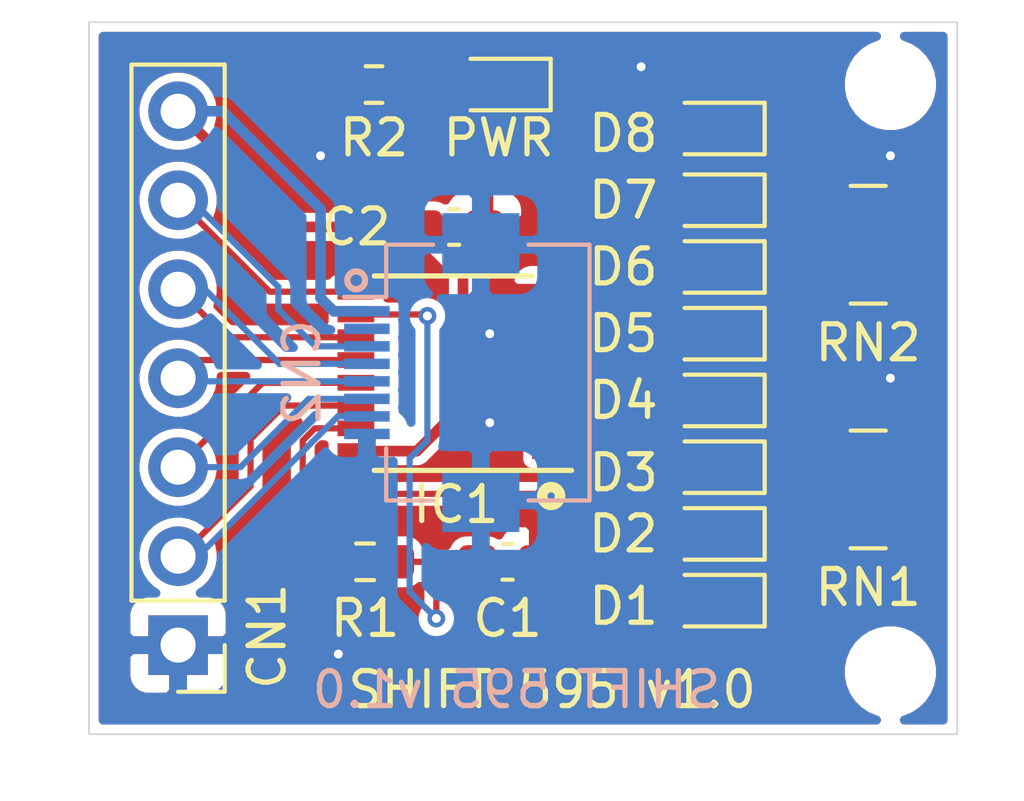
<source format=kicad_pcb>
(kicad_pcb (version 20171130) (host pcbnew "(5.1.10)-1")

  (general
    (thickness 1.6)
    (drawings 11)
    (tracks 119)
    (zones 0)
    (modules 20)
    (nets 27)
  )

  (page A4)
  (layers
    (0 F.Cu signal)
    (31 B.Cu signal hide)
    (34 B.Paste user hide)
    (35 F.Paste user)
    (36 B.SilkS user hide)
    (37 F.SilkS user)
    (38 B.Mask user hide)
    (39 F.Mask user)
    (40 Dwgs.User user hide)
    (44 Edge.Cuts user)
    (45 Margin user hide)
    (46 B.CrtYd user hide)
    (47 F.CrtYd user)
    (48 B.Fab user hide)
    (49 F.Fab user hide)
  )

  (setup
    (last_trace_width 0.1778)
    (trace_clearance 0.1778)
    (zone_clearance 0.25)
    (zone_45_only yes)
    (trace_min 0.1778)
    (via_size 0.508)
    (via_drill 0.254)
    (via_min_size 0.508)
    (via_min_drill 0.254)
    (uvia_size 0.508)
    (uvia_drill 0.254)
    (uvias_allowed no)
    (uvia_min_size 0.508)
    (uvia_min_drill 0.254)
    (edge_width 0.254)
    (segment_width 0.1778)
    (pcb_text_width 0.3)
    (pcb_text_size 1.5 1.5)
    (mod_edge_width 0.1778)
    (mod_text_size 1 1)
    (mod_text_width 0.15)
    (pad_size 1.524 1.524)
    (pad_drill 0.762)
    (pad_to_mask_clearance 0.0508)
    (solder_mask_min_width 0.101)
    (aux_axis_origin 0 0)
    (visible_elements FFFFA67F)
    (pcbplotparams
      (layerselection 0x010fc_ffffffff)
      (usegerberextensions false)
      (usegerberattributes true)
      (usegerberadvancedattributes true)
      (creategerberjobfile true)
      (excludeedgelayer true)
      (linewidth 0.100000)
      (plotframeref false)
      (viasonmask false)
      (mode 1)
      (useauxorigin false)
      (hpglpennumber 1)
      (hpglpenspeed 20)
      (hpglpendiameter 15.000000)
      (psnegative false)
      (psa4output false)
      (plotreference true)
      (plotvalue true)
      (plotinvisibletext false)
      (padsonsilk false)
      (subtractmaskfromsilk false)
      (outputformat 1)
      (mirror false)
      (drillshape 1)
      (scaleselection 1)
      (outputdirectory ""))
  )

  (net 0 "")
  (net 1 GNDD)
  (net 2 POR)
  (net 3 +5V)
  (net 4 SCK)
  (net 5 LATCH)
  (net 6 ~OE)
  (net 7 DIN)
  (net 8 QH~)
  (net 9 "Net-(D1-Pad2)")
  (net 10 "Net-(D1-Pad1)")
  (net 11 "Net-(D2-Pad2)")
  (net 12 "Net-(D2-Pad1)")
  (net 13 "Net-(D3-Pad2)")
  (net 14 "Net-(D3-Pad1)")
  (net 15 "Net-(D4-Pad2)")
  (net 16 "Net-(D4-Pad1)")
  (net 17 "Net-(D5-Pad2)")
  (net 18 "Net-(D5-Pad1)")
  (net 19 "Net-(D6-Pad2)")
  (net 20 "Net-(D6-Pad1)")
  (net 21 "Net-(D7-Pad2)")
  (net 22 "Net-(D7-Pad1)")
  (net 23 "Net-(D8-Pad2)")
  (net 24 "Net-(D8-Pad1)")
  (net 25 "Net-(PWR1-Pad2)")
  (net 26 "Net-(CN2-Pad2)")

  (net_class Default "This is the default net class."
    (clearance 0.1778)
    (trace_width 0.1778)
    (via_dia 0.508)
    (via_drill 0.254)
    (uvia_dia 0.508)
    (uvia_drill 0.254)
    (add_net DIN)
    (add_net GNDD)
    (add_net LATCH)
    (add_net "Net-(CN2-Pad2)")
    (add_net "Net-(D1-Pad1)")
    (add_net "Net-(D1-Pad2)")
    (add_net "Net-(D2-Pad1)")
    (add_net "Net-(D2-Pad2)")
    (add_net "Net-(D3-Pad1)")
    (add_net "Net-(D3-Pad2)")
    (add_net "Net-(D4-Pad1)")
    (add_net "Net-(D4-Pad2)")
    (add_net "Net-(D5-Pad1)")
    (add_net "Net-(D5-Pad2)")
    (add_net "Net-(D6-Pad1)")
    (add_net "Net-(D6-Pad2)")
    (add_net "Net-(D7-Pad1)")
    (add_net "Net-(D7-Pad2)")
    (add_net "Net-(D8-Pad1)")
    (add_net "Net-(D8-Pad2)")
    (add_net "Net-(PWR1-Pad2)")
    (add_net POR)
    (add_net QH~)
    (add_net SCK)
    (add_net ~OE)
  )

  (net_class Power ""
    (clearance 0.1778)
    (trace_width 0.3048)
    (via_dia 0.508)
    (via_drill 0.254)
    (uvia_dia 0.508)
    (uvia_drill 0.254)
    (add_net +5V)
  )

  (module Package_SO:TSSOP-16-1EP_4.4x5mm_P0.65mm (layer F.Cu) (tedit 612C3261) (tstamp 612C3E89)
    (at 132.307 105.2165 180)
    (descr "FE Package; 16-Lead Plastic TSSOP (4.4mm); Exposed Pad Variation BB; (see Linear Technology 1956f.pdf)")
    (tags "SSOP 0.65")
    (path /612BFF5B)
    (attr smd)
    (fp_text reference IC1 (at -0.0778 -3.8003 180) (layer F.SilkS)
      (effects (font (size 1 1) (thickness 0.15)))
    )
    (fp_text value 74HCT595 (at 0 3.55 180) (layer F.Fab)
      (effects (font (size 1 1) (thickness 0.15)))
    )
    (fp_line (start -1.2 -2.5) (end 2.2 -2.5) (layer F.Fab) (width 0.15))
    (fp_line (start 2.2 -2.5) (end 2.2 2.5) (layer F.Fab) (width 0.15))
    (fp_line (start 2.2 2.5) (end -2.2 2.5) (layer F.Fab) (width 0.15))
    (fp_line (start -2.2 2.5) (end -2.2 -1.5) (layer F.Fab) (width 0.15))
    (fp_line (start -2.2 -1.5) (end -1.2 -2.5) (layer F.Fab) (width 0.15))
    (fp_line (start -3.5 -2.9) (end -3.5 2.8) (layer F.CrtYd) (width 0.05))
    (fp_line (start 3.5 -2.9) (end 3.5 2.8) (layer F.CrtYd) (width 0.05))
    (fp_line (start -3.5 -2.9) (end 3.5 -2.9) (layer F.CrtYd) (width 0.05))
    (fp_line (start -3.5 2.8) (end 3.5 2.8) (layer F.CrtYd) (width 0.05))
    (fp_line (start -2.25 2.725) (end 2.25 2.725) (layer F.SilkS) (width 0.15))
    (fp_line (start -3.375 -2.825) (end 2.25 -2.825) (layer F.SilkS) (width 0.15))
    (fp_circle (center -2.794 -3.556) (end -2.794 -3.81) (layer F.SilkS) (width 0.3))
    (pad 16 smd rect (at 2.775 -2.275 180) (size 1.05 0.45) (layers F.Cu F.Paste F.Mask)
      (net 3 +5V))
    (pad 15 smd rect (at 2.775 -1.625 180) (size 1.05 0.45) (layers F.Cu F.Paste F.Mask)
      (net 9 "Net-(D1-Pad2)"))
    (pad 14 smd rect (at 2.775 -0.975 180) (size 1.05 0.45) (layers F.Cu F.Paste F.Mask)
      (net 7 DIN))
    (pad 13 smd rect (at 2.775 -0.325 180) (size 1.05 0.45) (layers F.Cu F.Paste F.Mask)
      (net 6 ~OE))
    (pad 12 smd rect (at 2.775 0.325 180) (size 1.05 0.45) (layers F.Cu F.Paste F.Mask)
      (net 5 LATCH))
    (pad 11 smd rect (at 2.775 0.975 180) (size 1.05 0.45) (layers F.Cu F.Paste F.Mask)
      (net 4 SCK))
    (pad 10 smd rect (at 2.775 1.625 180) (size 1.05 0.45) (layers F.Cu F.Paste F.Mask)
      (net 2 POR))
    (pad 9 smd rect (at 2.775 2.275 180) (size 1.05 0.45) (layers F.Cu F.Paste F.Mask)
      (net 8 QH~))
    (pad 8 smd rect (at -2.775 2.275 180) (size 1.05 0.45) (layers F.Cu F.Paste F.Mask)
      (net 1 GNDD))
    (pad 7 smd rect (at -2.775 1.625 180) (size 1.05 0.45) (layers F.Cu F.Paste F.Mask)
      (net 23 "Net-(D8-Pad2)"))
    (pad 6 smd rect (at -2.775 0.975 180) (size 1.05 0.45) (layers F.Cu F.Paste F.Mask)
      (net 21 "Net-(D7-Pad2)"))
    (pad 5 smd rect (at -2.775 0.325 180) (size 1.05 0.45) (layers F.Cu F.Paste F.Mask)
      (net 19 "Net-(D6-Pad2)"))
    (pad 4 smd rect (at -2.775 -0.325 180) (size 1.05 0.45) (layers F.Cu F.Paste F.Mask)
      (net 17 "Net-(D5-Pad2)"))
    (pad 3 smd rect (at -2.775 -0.975 180) (size 1.05 0.45) (layers F.Cu F.Paste F.Mask)
      (net 15 "Net-(D4-Pad2)"))
    (pad 2 smd rect (at -2.775 -1.625 180) (size 1.05 0.45) (layers F.Cu F.Paste F.Mask)
      (net 13 "Net-(D3-Pad2)"))
    (pad 1 smd rect (at -2.775 -2.275 180) (size 1.05 0.45) (layers F.Cu F.Paste F.Mask)
      (net 11 "Net-(D2-Pad2)"))
    (model ${KISYS3DMOD}/Package_SO.3dshapes/TSSOP-16-1EP_4.4x5mm_P0.65mm.wrl
      (at (xyz 0 0 0))
      (scale (xyz 1 1 1))
      (rotate (xyz 0 0 0))
    )
  )

  (module Connector_FFC-FPC:Hirose_FH12-8S-0.5SH_1x08-1MP_P0.50mm_Horizontal (layer B.Cu) (tedit 612C5993) (tstamp 612D0181)
    (at 131.696 105.25 270)
    (descr "Hirose FH12, FFC/FPC connector, FH12-8S-0.5SH, 8 Pins per row (https://www.hirose.com/product/en/products/FH12/FH12-24S-0.5SH(55)/), generated with kicad-footprint-generator")
    (tags "connector Hirose FH12 horizontal")
    (path /61488925)
    (attr smd)
    (fp_text reference CN2 (at 0 3.7 270) (layer B.SilkS)
      (effects (font (size 1 1) (thickness 0.15)) (justify mirror))
    )
    (fp_text value Conn_01x08 (at 0 -5.6 270) (layer B.Fab)
      (effects (font (size 1 1) (thickness 0.15)) (justify mirror))
    )
    (fp_text user %R (at 0 -3.7 270) (layer B.Fab)
      (effects (font (size 1 1) (thickness 0.15)) (justify mirror))
    )
    (fp_line (start 0 1.2) (end -3.55 1.2) (layer B.Fab) (width 0.1))
    (fp_line (start -3.55 1.2) (end -3.55 -3.4) (layer B.Fab) (width 0.1))
    (fp_line (start -3.55 -3.4) (end -2.95 -3.4) (layer B.Fab) (width 0.1))
    (fp_line (start -2.95 -3.4) (end -2.95 -3.7) (layer B.Fab) (width 0.1))
    (fp_line (start -2.95 -3.7) (end -3.45 -3.7) (layer B.Fab) (width 0.1))
    (fp_line (start -3.45 -3.7) (end -3.45 -4.4) (layer B.Fab) (width 0.1))
    (fp_line (start -3.45 -4.4) (end 0 -4.4) (layer B.Fab) (width 0.1))
    (fp_line (start 0 1.2) (end 3.55 1.2) (layer B.Fab) (width 0.1))
    (fp_line (start 3.55 1.2) (end 3.55 -3.4) (layer B.Fab) (width 0.1))
    (fp_line (start 3.55 -3.4) (end 2.95 -3.4) (layer B.Fab) (width 0.1))
    (fp_line (start 2.95 -3.4) (end 2.95 -3.7) (layer B.Fab) (width 0.1))
    (fp_line (start 2.95 -3.7) (end 3.45 -3.7) (layer B.Fab) (width 0.1))
    (fp_line (start 3.45 -3.7) (end 3.45 -4.4) (layer B.Fab) (width 0.1))
    (fp_line (start 3.45 -4.4) (end 0 -4.4) (layer B.Fab) (width 0.1))
    (fp_line (start -2.16 1.3) (end -3.65 1.3) (layer B.SilkS) (width 0.12))
    (fp_line (start -3.65 1.3) (end -3.65 -0.04) (layer B.SilkS) (width 0.12))
    (fp_line (start 2.16 1.3) (end 3.65 1.3) (layer B.SilkS) (width 0.12))
    (fp_line (start 3.65 1.3) (end 3.65 -0.04) (layer B.SilkS) (width 0.12))
    (fp_line (start -3.65 -2.76) (end -3.65 -4.5) (layer B.SilkS) (width 0.12))
    (fp_line (start -3.65 -4.5) (end 3.65 -4.5) (layer B.SilkS) (width 0.12))
    (fp_line (start 3.65 -4.5) (end 3.65 -2.76) (layer B.SilkS) (width 0.12))
    (fp_line (start -2.16 1.3) (end -2.16 2.5) (layer B.SilkS) (width 0.12))
    (fp_line (start -2.25 1.2) (end -1.75 0.492893) (layer B.Fab) (width 0.1))
    (fp_line (start -1.75 0.492893) (end -1.25 1.2) (layer B.Fab) (width 0.1))
    (fp_line (start -5.05 3) (end -5.05 -4.9) (layer B.CrtYd) (width 0.05))
    (fp_line (start -5.05 -4.9) (end 5.05 -4.9) (layer B.CrtYd) (width 0.05))
    (fp_line (start 5.05 -4.9) (end 5.05 3) (layer B.CrtYd) (width 0.05))
    (fp_line (start 5.05 3) (end -5.05 3) (layer B.CrtYd) (width 0.05))
    (pad 8 smd rect (at 1.75 1.85 270) (size 0.3 1.3) (layers B.Cu B.Paste B.Mask)
      (net 1 GNDD))
    (pad 7 smd rect (at 1.25 1.85 270) (size 0.3 1.3) (layers B.Cu B.Paste B.Mask)
      (net 7 DIN))
    (pad 6 smd rect (at 0.75 1.85 270) (size 0.3 1.3) (layers B.Cu B.Paste B.Mask)
      (net 6 ~OE))
    (pad 5 smd rect (at 0.25 1.85 270) (size 0.3 1.3) (layers B.Cu B.Paste B.Mask)
      (net 5 LATCH))
    (pad 4 smd rect (at -0.25 1.85 270) (size 0.3 1.3) (layers B.Cu B.Paste B.Mask)
      (net 4 SCK))
    (pad 3 smd rect (at -0.75 1.85 270) (size 0.3 1.3) (layers B.Cu B.Paste B.Mask)
      (net 8 QH~))
    (pad 2 smd rect (at -1.25 1.85 270) (size 0.3 1.3) (layers B.Cu B.Paste B.Mask)
      (net 26 "Net-(CN2-Pad2)"))
    (pad 1 smd rect (at -1.75 1.85 270) (size 0.3 1.3) (layers B.Cu B.Paste B.Mask)
      (net 3 +5V))
    (pad 8 smd rect (at -3.65 -1.4 270) (size 1.8 2.2) (layers B.Cu B.Paste B.Mask)
      (net 1 GNDD))
    (pad 8 smd rect (at 3.65 -1.4 270) (size 1.8 2.2) (layers B.Cu B.Paste B.Mask)
      (net 1 GNDD))
    (model ${KISYS3DMOD}/Connector_FFC-FPC.3dshapes/Hirose_FH12-8S-0.5SH_1x08-1MP_P0.50mm_Horizontal.wrl
      (at (xyz 0 0 0))
      (scale (xyz 1 1 1))
      (rotate (xyz 0 0 0))
    )
  )

  (module Resistor_SMD:R_0603_1608Metric (layer F.Cu) (tedit 5F68FEEE) (tstamp 612CFD1D)
    (at 130.048 97.028 180)
    (descr "Resistor SMD 0603 (1608 Metric), square (rectangular) end terminal, IPC_7351 nominal, (Body size source: IPC-SM-782 page 72, https://www.pcb-3d.com/wordpress/wp-content/uploads/ipc-sm-782a_amendment_1_and_2.pdf), generated with kicad-footprint-generator")
    (tags resistor)
    (path /6146FB3B)
    (attr smd)
    (fp_text reference R2 (at 0 -1.524) (layer F.SilkS)
      (effects (font (size 1 1) (thickness 0.15)))
    )
    (fp_text value R_Small_US (at 0 1.43) (layer F.Fab)
      (effects (font (size 1 1) (thickness 0.15)))
    )
    (fp_text user %R (at 0 0) (layer F.Fab)
      (effects (font (size 0.4 0.4) (thickness 0.06)))
    )
    (fp_line (start -0.8 0.4125) (end -0.8 -0.4125) (layer F.Fab) (width 0.1))
    (fp_line (start -0.8 -0.4125) (end 0.8 -0.4125) (layer F.Fab) (width 0.1))
    (fp_line (start 0.8 -0.4125) (end 0.8 0.4125) (layer F.Fab) (width 0.1))
    (fp_line (start 0.8 0.4125) (end -0.8 0.4125) (layer F.Fab) (width 0.1))
    (fp_line (start -0.237258 -0.5225) (end 0.237258 -0.5225) (layer F.SilkS) (width 0.12))
    (fp_line (start -0.237258 0.5225) (end 0.237258 0.5225) (layer F.SilkS) (width 0.12))
    (fp_line (start -1.48 0.73) (end -1.48 -0.73) (layer F.CrtYd) (width 0.05))
    (fp_line (start -1.48 -0.73) (end 1.48 -0.73) (layer F.CrtYd) (width 0.05))
    (fp_line (start 1.48 -0.73) (end 1.48 0.73) (layer F.CrtYd) (width 0.05))
    (fp_line (start 1.48 0.73) (end -1.48 0.73) (layer F.CrtYd) (width 0.05))
    (pad 2 smd roundrect (at 0.825 0 180) (size 0.8 0.95) (layers F.Cu F.Paste F.Mask) (roundrect_rratio 0.25)
      (net 3 +5V))
    (pad 1 smd roundrect (at -0.825 0 180) (size 0.8 0.95) (layers F.Cu F.Paste F.Mask) (roundrect_rratio 0.25)
      (net 25 "Net-(PWR1-Pad2)"))
    (model ${KISYS3DMOD}/Resistor_SMD.3dshapes/R_0603_1608Metric.wrl
      (at (xyz 0 0 0))
      (scale (xyz 1 1 1))
      (rotate (xyz 0 0 0))
    )
  )

  (module LED_SMD:LED_0603_1608Metric (layer F.Cu) (tedit 5F68FEF1) (tstamp 612CFCEC)
    (at 133.604 97.028 180)
    (descr "LED SMD 0603 (1608 Metric), square (rectangular) end terminal, IPC_7351 nominal, (Body size source: http://www.tortai-tech.com/upload/download/2011102023233369053.pdf), generated with kicad-footprint-generator")
    (tags LED)
    (path /6146EF86)
    (attr smd)
    (fp_text reference PWR (at 0 -1.524) (layer F.SilkS)
      (effects (font (size 1 1) (thickness 0.15)))
    )
    (fp_text value LED (at 0 1.43) (layer F.Fab)
      (effects (font (size 1 1) (thickness 0.15)))
    )
    (fp_text user %R (at 0 0) (layer F.Fab)
      (effects (font (size 0.4 0.4) (thickness 0.06)))
    )
    (fp_line (start 0.8 -0.4) (end -0.5 -0.4) (layer F.Fab) (width 0.1))
    (fp_line (start -0.5 -0.4) (end -0.8 -0.1) (layer F.Fab) (width 0.1))
    (fp_line (start -0.8 -0.1) (end -0.8 0.4) (layer F.Fab) (width 0.1))
    (fp_line (start -0.8 0.4) (end 0.8 0.4) (layer F.Fab) (width 0.1))
    (fp_line (start 0.8 0.4) (end 0.8 -0.4) (layer F.Fab) (width 0.1))
    (fp_line (start 0.8 -0.735) (end -1.485 -0.735) (layer F.SilkS) (width 0.12))
    (fp_line (start -1.485 -0.735) (end -1.485 0.735) (layer F.SilkS) (width 0.12))
    (fp_line (start -1.485 0.735) (end 0.8 0.735) (layer F.SilkS) (width 0.12))
    (fp_line (start -1.48 0.73) (end -1.48 -0.73) (layer F.CrtYd) (width 0.05))
    (fp_line (start -1.48 -0.73) (end 1.48 -0.73) (layer F.CrtYd) (width 0.05))
    (fp_line (start 1.48 -0.73) (end 1.48 0.73) (layer F.CrtYd) (width 0.05))
    (fp_line (start 1.48 0.73) (end -1.48 0.73) (layer F.CrtYd) (width 0.05))
    (pad 2 smd roundrect (at 0.7875 0 180) (size 0.875 0.95) (layers F.Cu F.Paste F.Mask) (roundrect_rratio 0.25)
      (net 25 "Net-(PWR1-Pad2)"))
    (pad 1 smd roundrect (at -0.7875 0 180) (size 0.875 0.95) (layers F.Cu F.Paste F.Mask) (roundrect_rratio 0.25)
      (net 1 GNDD))
    (model ${KISYS3DMOD}/LED_SMD.3dshapes/LED_0603_1608Metric.wrl
      (at (xyz 0 0 0))
      (scale (xyz 1 1 1))
      (rotate (xyz 0 0 0))
    )
  )

  (module MountingHole:MountingHole_2.1mm locked (layer F.Cu) (tedit 5B924765) (tstamp 612CE11C)
    (at 144.78 113.792)
    (descr "Mounting Hole 2.1mm, no annular")
    (tags "mounting hole 2.1mm no annular")
    (attr virtual)
    (fp_text reference REF** (at 0 -3.2) (layer F.SilkS) hide
      (effects (font (size 1 1) (thickness 0.15)))
    )
    (fp_text value MountingHole_2.1mm (at 0 3.2) (layer F.Fab)
      (effects (font (size 1 1) (thickness 0.15)))
    )
    (fp_circle (center 0 0) (end 2.35 0) (layer F.CrtYd) (width 0.05))
    (fp_circle (center 0 0) (end 2.1 0) (layer Cmts.User) (width 0.15))
    (fp_text user %R (at 0.3 0) (layer F.Fab)
      (effects (font (size 1 1) (thickness 0.15)))
    )
    (pad "" np_thru_hole circle (at 0 0) (size 2.1 2.1) (drill 2.1) (layers *.Cu *.Mask))
  )

  (module MountingHole:MountingHole_2.1mm locked (layer F.Cu) (tedit 5B924765) (tstamp 612CE080)
    (at 144.78 97.028)
    (descr "Mounting Hole 2.1mm, no annular")
    (tags "mounting hole 2.1mm no annular")
    (attr virtual)
    (fp_text reference REF** (at 0 -3.2) (layer F.SilkS) hide
      (effects (font (size 1 1) (thickness 0.15)))
    )
    (fp_text value MountingHole_2.1mm (at 0 3.2) (layer F.Fab)
      (effects (font (size 1 1) (thickness 0.15)))
    )
    (fp_circle (center 0 0) (end 2.35 0) (layer F.CrtYd) (width 0.05))
    (fp_circle (center 0 0) (end 2.1 0) (layer Cmts.User) (width 0.15))
    (fp_text user %R (at 0.3 0) (layer F.Fab)
      (effects (font (size 1 1) (thickness 0.15)))
    )
    (pad "" np_thru_hole circle (at 0 0) (size 2.1 2.1) (drill 2.1) (layers *.Cu *.Mask))
  )

  (module Resistor_SMD:R_Array_Convex_4x0603 (layer F.Cu) (tedit 58E0A8B2) (tstamp 612CE172)
    (at 144.145 101.6 180)
    (descr "Chip Resistor Network, ROHM MNR14 (see mnr_g.pdf)")
    (tags "resistor array")
    (path /6141D8B4)
    (attr smd)
    (fp_text reference RN2 (at 0 -2.8) (layer F.SilkS)
      (effects (font (size 1 1) (thickness 0.15)))
    )
    (fp_text value R_Pack04 (at 0 2.8) (layer F.Fab)
      (effects (font (size 1 1) (thickness 0.15)))
    )
    (fp_text user %R (at 0 0 90) (layer F.Fab)
      (effects (font (size 0.5 0.5) (thickness 0.075)))
    )
    (fp_line (start -0.8 -1.6) (end 0.8 -1.6) (layer F.Fab) (width 0.1))
    (fp_line (start 0.8 -1.6) (end 0.8 1.6) (layer F.Fab) (width 0.1))
    (fp_line (start 0.8 1.6) (end -0.8 1.6) (layer F.Fab) (width 0.1))
    (fp_line (start -0.8 1.6) (end -0.8 -1.6) (layer F.Fab) (width 0.1))
    (fp_line (start 0.5 1.68) (end -0.5 1.68) (layer F.SilkS) (width 0.12))
    (fp_line (start 0.5 -1.68) (end -0.5 -1.68) (layer F.SilkS) (width 0.12))
    (fp_line (start -1.55 -1.85) (end 1.55 -1.85) (layer F.CrtYd) (width 0.05))
    (fp_line (start -1.55 -1.85) (end -1.55 1.85) (layer F.CrtYd) (width 0.05))
    (fp_line (start 1.55 1.85) (end 1.55 -1.85) (layer F.CrtYd) (width 0.05))
    (fp_line (start 1.55 1.85) (end -1.55 1.85) (layer F.CrtYd) (width 0.05))
    (pad 5 smd rect (at 0.9 1.2 180) (size 0.8 0.5) (layers F.Cu F.Paste F.Mask)
      (net 24 "Net-(D8-Pad1)"))
    (pad 6 smd rect (at 0.9 0.4 180) (size 0.8 0.4) (layers F.Cu F.Paste F.Mask)
      (net 22 "Net-(D7-Pad1)"))
    (pad 8 smd rect (at 0.9 -1.2 180) (size 0.8 0.5) (layers F.Cu F.Paste F.Mask)
      (net 18 "Net-(D5-Pad1)"))
    (pad 7 smd rect (at 0.9 -0.4 180) (size 0.8 0.4) (layers F.Cu F.Paste F.Mask)
      (net 20 "Net-(D6-Pad1)"))
    (pad 4 smd rect (at -0.9 1.2 180) (size 0.8 0.5) (layers F.Cu F.Paste F.Mask)
      (net 1 GNDD))
    (pad 2 smd rect (at -0.9 -0.4 180) (size 0.8 0.4) (layers F.Cu F.Paste F.Mask)
      (net 1 GNDD))
    (pad 3 smd rect (at -0.9 0.4 180) (size 0.8 0.4) (layers F.Cu F.Paste F.Mask)
      (net 1 GNDD))
    (pad 1 smd rect (at -0.9 -1.2 180) (size 0.8 0.5) (layers F.Cu F.Paste F.Mask)
      (net 1 GNDD))
    (model ${KISYS3DMOD}/Resistor_SMD.3dshapes/R_Array_Convex_4x0603.wrl
      (at (xyz 0 0 0))
      (scale (xyz 1 1 1))
      (rotate (xyz 0 0 0))
    )
  )

  (module Resistor_SMD:R_Array_Convex_4x0603 (layer F.Cu) (tedit 58E0A8B2) (tstamp 612CE0E6)
    (at 144.145 108.585 180)
    (descr "Chip Resistor Network, ROHM MNR14 (see mnr_g.pdf)")
    (tags "resistor array")
    (path /613DDA9E)
    (attr smd)
    (fp_text reference RN1 (at 0 -2.8) (layer F.SilkS)
      (effects (font (size 1 1) (thickness 0.15)))
    )
    (fp_text value R_Pack04 (at 0 2.8) (layer F.Fab)
      (effects (font (size 1 1) (thickness 0.15)))
    )
    (fp_text user %R (at 0 0 90) (layer F.Fab)
      (effects (font (size 0.5 0.5) (thickness 0.075)))
    )
    (fp_line (start -0.8 -1.6) (end 0.8 -1.6) (layer F.Fab) (width 0.1))
    (fp_line (start 0.8 -1.6) (end 0.8 1.6) (layer F.Fab) (width 0.1))
    (fp_line (start 0.8 1.6) (end -0.8 1.6) (layer F.Fab) (width 0.1))
    (fp_line (start -0.8 1.6) (end -0.8 -1.6) (layer F.Fab) (width 0.1))
    (fp_line (start 0.5 1.68) (end -0.5 1.68) (layer F.SilkS) (width 0.12))
    (fp_line (start 0.5 -1.68) (end -0.5 -1.68) (layer F.SilkS) (width 0.12))
    (fp_line (start -1.55 -1.85) (end 1.55 -1.85) (layer F.CrtYd) (width 0.05))
    (fp_line (start -1.55 -1.85) (end -1.55 1.85) (layer F.CrtYd) (width 0.05))
    (fp_line (start 1.55 1.85) (end 1.55 -1.85) (layer F.CrtYd) (width 0.05))
    (fp_line (start 1.55 1.85) (end -1.55 1.85) (layer F.CrtYd) (width 0.05))
    (pad 5 smd rect (at 0.9 1.2 180) (size 0.8 0.5) (layers F.Cu F.Paste F.Mask)
      (net 16 "Net-(D4-Pad1)"))
    (pad 6 smd rect (at 0.9 0.4 180) (size 0.8 0.4) (layers F.Cu F.Paste F.Mask)
      (net 14 "Net-(D3-Pad1)"))
    (pad 8 smd rect (at 0.9 -1.2 180) (size 0.8 0.5) (layers F.Cu F.Paste F.Mask)
      (net 10 "Net-(D1-Pad1)"))
    (pad 7 smd rect (at 0.9 -0.4 180) (size 0.8 0.4) (layers F.Cu F.Paste F.Mask)
      (net 12 "Net-(D2-Pad1)"))
    (pad 4 smd rect (at -0.9 1.2 180) (size 0.8 0.5) (layers F.Cu F.Paste F.Mask)
      (net 1 GNDD))
    (pad 2 smd rect (at -0.9 -0.4 180) (size 0.8 0.4) (layers F.Cu F.Paste F.Mask)
      (net 1 GNDD))
    (pad 3 smd rect (at -0.9 0.4 180) (size 0.8 0.4) (layers F.Cu F.Paste F.Mask)
      (net 1 GNDD))
    (pad 1 smd rect (at -0.9 -1.2 180) (size 0.8 0.5) (layers F.Cu F.Paste F.Mask)
      (net 1 GNDD))
    (model ${KISYS3DMOD}/Resistor_SMD.3dshapes/R_Array_Convex_4x0603.wrl
      (at (xyz 0 0 0))
      (scale (xyz 1 1 1))
      (rotate (xyz 0 0 0))
    )
  )

  (module Resistor_SMD:R_0603_1608Metric_Pad0.98x0.95mm_HandSolder (layer F.Cu) (tedit 5F68FEEE) (tstamp 612C3E9A)
    (at 129.794 110.651)
    (descr "Resistor SMD 0603 (1608 Metric), square (rectangular) end terminal, IPC_7351 nominal with elongated pad for handsoldering. (Body size source: IPC-SM-782 page 72, https://www.pcb-3d.com/wordpress/wp-content/uploads/ipc-sm-782a_amendment_1_and_2.pdf), generated with kicad-footprint-generator")
    (tags "resistor handsolder")
    (path /612DB4AA)
    (attr smd)
    (fp_text reference R1 (at 0 1.617) (layer F.SilkS)
      (effects (font (size 1 1) (thickness 0.15)))
    )
    (fp_text value 10k (at 0 1.43) (layer F.Fab)
      (effects (font (size 1 1) (thickness 0.15)))
    )
    (fp_text user %R (at 0 0) (layer F.Fab)
      (effects (font (size 0.4 0.4) (thickness 0.06)))
    )
    (fp_line (start -0.8 0.4125) (end -0.8 -0.4125) (layer F.Fab) (width 0.1))
    (fp_line (start -0.8 -0.4125) (end 0.8 -0.4125) (layer F.Fab) (width 0.1))
    (fp_line (start 0.8 -0.4125) (end 0.8 0.4125) (layer F.Fab) (width 0.1))
    (fp_line (start 0.8 0.4125) (end -0.8 0.4125) (layer F.Fab) (width 0.1))
    (fp_line (start -0.254724 -0.5225) (end 0.254724 -0.5225) (layer F.SilkS) (width 0.12))
    (fp_line (start -0.254724 0.5225) (end 0.254724 0.5225) (layer F.SilkS) (width 0.12))
    (fp_line (start -1.65 0.73) (end -1.65 -0.73) (layer F.CrtYd) (width 0.05))
    (fp_line (start -1.65 -0.73) (end 1.65 -0.73) (layer F.CrtYd) (width 0.05))
    (fp_line (start 1.65 -0.73) (end 1.65 0.73) (layer F.CrtYd) (width 0.05))
    (fp_line (start 1.65 0.73) (end -1.65 0.73) (layer F.CrtYd) (width 0.05))
    (pad 2 smd roundrect (at 0.9125 0) (size 0.975 0.95) (layers F.Cu F.Paste F.Mask) (roundrect_rratio 0.25)
      (net 2 POR))
    (pad 1 smd roundrect (at -0.9125 0) (size 0.975 0.95) (layers F.Cu F.Paste F.Mask) (roundrect_rratio 0.25)
      (net 3 +5V))
    (model ${KISYS3DMOD}/Resistor_SMD.3dshapes/R_0603_1608Metric.wrl
      (at (xyz 0 0 0))
      (scale (xyz 1 1 1))
      (rotate (xyz 0 0 0))
    )
  )

  (module LED_SMD:LED_0603_1608Metric (layer F.Cu) (tedit 5F68FEF1) (tstamp 612C7291)
    (at 139.708 98.283 180)
    (descr "LED SMD 0603 (1608 Metric), square (rectangular) end terminal, IPC_7351 nominal, (Body size source: http://www.tortai-tech.com/upload/download/2011102023233369053.pdf), generated with kicad-footprint-generator")
    (tags LED)
    (path /61324FBA)
    (attr smd)
    (fp_text reference D8 (at 2.548 -0.142) (layer F.SilkS)
      (effects (font (size 1 1) (thickness 0.15)))
    )
    (fp_text value LED (at 0 1.43) (layer F.Fab)
      (effects (font (size 1 1) (thickness 0.15)))
    )
    (fp_text user %R (at 0 0) (layer F.Fab)
      (effects (font (size 0.4 0.4) (thickness 0.06)))
    )
    (fp_line (start 0.8 -0.4) (end -0.5 -0.4) (layer F.Fab) (width 0.1))
    (fp_line (start -0.5 -0.4) (end -0.8 -0.1) (layer F.Fab) (width 0.1))
    (fp_line (start -0.8 -0.1) (end -0.8 0.4) (layer F.Fab) (width 0.1))
    (fp_line (start -0.8 0.4) (end 0.8 0.4) (layer F.Fab) (width 0.1))
    (fp_line (start 0.8 0.4) (end 0.8 -0.4) (layer F.Fab) (width 0.1))
    (fp_line (start 0.8 -0.735) (end -1.485 -0.735) (layer F.SilkS) (width 0.12))
    (fp_line (start -1.485 -0.735) (end -1.485 0.735) (layer F.SilkS) (width 0.12))
    (fp_line (start -1.485 0.735) (end 0.8 0.735) (layer F.SilkS) (width 0.12))
    (fp_line (start -1.48 0.73) (end -1.48 -0.73) (layer F.CrtYd) (width 0.05))
    (fp_line (start -1.48 -0.73) (end 1.48 -0.73) (layer F.CrtYd) (width 0.05))
    (fp_line (start 1.48 -0.73) (end 1.48 0.73) (layer F.CrtYd) (width 0.05))
    (fp_line (start 1.48 0.73) (end -1.48 0.73) (layer F.CrtYd) (width 0.05))
    (pad 2 smd roundrect (at 0.7875 0 180) (size 0.875 0.95) (layers F.Cu F.Paste F.Mask) (roundrect_rratio 0.25)
      (net 23 "Net-(D8-Pad2)"))
    (pad 1 smd roundrect (at -0.7875 0 180) (size 0.875 0.95) (layers F.Cu F.Paste F.Mask) (roundrect_rratio 0.25)
      (net 24 "Net-(D8-Pad1)"))
    (model ${KISYS3DMOD}/LED_SMD.3dshapes/LED_0603_1608Metric.wrl
      (at (xyz 0 0 0))
      (scale (xyz 1 1 1))
      (rotate (xyz 0 0 0))
    )
  )

  (module LED_SMD:LED_0603_1608Metric (layer F.Cu) (tedit 5F68FEF1) (tstamp 612C6D95)
    (at 139.708 100.33 180)
    (descr "LED SMD 0603 (1608 Metric), square (rectangular) end terminal, IPC_7351 nominal, (Body size source: http://www.tortai-tech.com/upload/download/2011102023233369053.pdf), generated with kicad-footprint-generator")
    (tags LED)
    (path /61324D11)
    (attr smd)
    (fp_text reference D7 (at 2.548 0) (layer F.SilkS)
      (effects (font (size 1 1) (thickness 0.15)))
    )
    (fp_text value LED (at 0 1.43) (layer F.Fab)
      (effects (font (size 1 1) (thickness 0.15)))
    )
    (fp_text user %R (at 0 0) (layer F.Fab)
      (effects (font (size 0.4 0.4) (thickness 0.06)))
    )
    (fp_line (start 0.8 -0.4) (end -0.5 -0.4) (layer F.Fab) (width 0.1))
    (fp_line (start -0.5 -0.4) (end -0.8 -0.1) (layer F.Fab) (width 0.1))
    (fp_line (start -0.8 -0.1) (end -0.8 0.4) (layer F.Fab) (width 0.1))
    (fp_line (start -0.8 0.4) (end 0.8 0.4) (layer F.Fab) (width 0.1))
    (fp_line (start 0.8 0.4) (end 0.8 -0.4) (layer F.Fab) (width 0.1))
    (fp_line (start 0.8 -0.735) (end -1.485 -0.735) (layer F.SilkS) (width 0.12))
    (fp_line (start -1.485 -0.735) (end -1.485 0.735) (layer F.SilkS) (width 0.12))
    (fp_line (start -1.485 0.735) (end 0.8 0.735) (layer F.SilkS) (width 0.12))
    (fp_line (start -1.48 0.73) (end -1.48 -0.73) (layer F.CrtYd) (width 0.05))
    (fp_line (start -1.48 -0.73) (end 1.48 -0.73) (layer F.CrtYd) (width 0.05))
    (fp_line (start 1.48 -0.73) (end 1.48 0.73) (layer F.CrtYd) (width 0.05))
    (fp_line (start 1.48 0.73) (end -1.48 0.73) (layer F.CrtYd) (width 0.05))
    (pad 2 smd roundrect (at 0.7875 0 180) (size 0.875 0.95) (layers F.Cu F.Paste F.Mask) (roundrect_rratio 0.25)
      (net 21 "Net-(D7-Pad2)"))
    (pad 1 smd roundrect (at -0.7875 0 180) (size 0.875 0.95) (layers F.Cu F.Paste F.Mask) (roundrect_rratio 0.25)
      (net 22 "Net-(D7-Pad1)"))
    (model ${KISYS3DMOD}/LED_SMD.3dshapes/LED_0603_1608Metric.wrl
      (at (xyz 0 0 0))
      (scale (xyz 1 1 1))
      (rotate (xyz 0 0 0))
    )
  )

  (module LED_SMD:LED_0603_1608Metric (layer F.Cu) (tedit 5F68FEF1) (tstamp 612C3E3B)
    (at 139.708 102.235 180)
    (descr "LED SMD 0603 (1608 Metric), square (rectangular) end terminal, IPC_7351 nominal, (Body size source: http://www.tortai-tech.com/upload/download/2011102023233369053.pdf), generated with kicad-footprint-generator")
    (tags LED)
    (path /613247AC)
    (attr smd)
    (fp_text reference D6 (at 2.548 0) (layer F.SilkS)
      (effects (font (size 1 1) (thickness 0.15)))
    )
    (fp_text value LED (at 0 1.43) (layer F.Fab)
      (effects (font (size 1 1) (thickness 0.15)))
    )
    (fp_text user %R (at 0 0) (layer F.Fab)
      (effects (font (size 0.4 0.4) (thickness 0.06)))
    )
    (fp_line (start 0.8 -0.4) (end -0.5 -0.4) (layer F.Fab) (width 0.1))
    (fp_line (start -0.5 -0.4) (end -0.8 -0.1) (layer F.Fab) (width 0.1))
    (fp_line (start -0.8 -0.1) (end -0.8 0.4) (layer F.Fab) (width 0.1))
    (fp_line (start -0.8 0.4) (end 0.8 0.4) (layer F.Fab) (width 0.1))
    (fp_line (start 0.8 0.4) (end 0.8 -0.4) (layer F.Fab) (width 0.1))
    (fp_line (start 0.8 -0.735) (end -1.485 -0.735) (layer F.SilkS) (width 0.12))
    (fp_line (start -1.485 -0.735) (end -1.485 0.735) (layer F.SilkS) (width 0.12))
    (fp_line (start -1.485 0.735) (end 0.8 0.735) (layer F.SilkS) (width 0.12))
    (fp_line (start -1.48 0.73) (end -1.48 -0.73) (layer F.CrtYd) (width 0.05))
    (fp_line (start -1.48 -0.73) (end 1.48 -0.73) (layer F.CrtYd) (width 0.05))
    (fp_line (start 1.48 -0.73) (end 1.48 0.73) (layer F.CrtYd) (width 0.05))
    (fp_line (start 1.48 0.73) (end -1.48 0.73) (layer F.CrtYd) (width 0.05))
    (pad 2 smd roundrect (at 0.7875 0 180) (size 0.875 0.95) (layers F.Cu F.Paste F.Mask) (roundrect_rratio 0.25)
      (net 19 "Net-(D6-Pad2)"))
    (pad 1 smd roundrect (at -0.7875 0 180) (size 0.875 0.95) (layers F.Cu F.Paste F.Mask) (roundrect_rratio 0.25)
      (net 20 "Net-(D6-Pad1)"))
    (model ${KISYS3DMOD}/LED_SMD.3dshapes/LED_0603_1608Metric.wrl
      (at (xyz 0 0 0))
      (scale (xyz 1 1 1))
      (rotate (xyz 0 0 0))
    )
  )

  (module LED_SMD:LED_0603_1608Metric (layer F.Cu) (tedit 5F68FEF1) (tstamp 612C3E28)
    (at 139.708 104.14 180)
    (descr "LED SMD 0603 (1608 Metric), square (rectangular) end terminal, IPC_7351 nominal, (Body size source: http://www.tortai-tech.com/upload/download/2011102023233369053.pdf), generated with kicad-footprint-generator")
    (tags LED)
    (path /61324432)
    (attr smd)
    (fp_text reference D5 (at 2.548 0) (layer F.SilkS)
      (effects (font (size 1 1) (thickness 0.15)))
    )
    (fp_text value LED (at 0 1.43) (layer F.Fab)
      (effects (font (size 1 1) (thickness 0.15)))
    )
    (fp_text user %R (at 0 0) (layer F.Fab)
      (effects (font (size 0.4 0.4) (thickness 0.06)))
    )
    (fp_line (start 0.8 -0.4) (end -0.5 -0.4) (layer F.Fab) (width 0.1))
    (fp_line (start -0.5 -0.4) (end -0.8 -0.1) (layer F.Fab) (width 0.1))
    (fp_line (start -0.8 -0.1) (end -0.8 0.4) (layer F.Fab) (width 0.1))
    (fp_line (start -0.8 0.4) (end 0.8 0.4) (layer F.Fab) (width 0.1))
    (fp_line (start 0.8 0.4) (end 0.8 -0.4) (layer F.Fab) (width 0.1))
    (fp_line (start 0.8 -0.735) (end -1.485 -0.735) (layer F.SilkS) (width 0.12))
    (fp_line (start -1.485 -0.735) (end -1.485 0.735) (layer F.SilkS) (width 0.12))
    (fp_line (start -1.485 0.735) (end 0.8 0.735) (layer F.SilkS) (width 0.12))
    (fp_line (start -1.48 0.73) (end -1.48 -0.73) (layer F.CrtYd) (width 0.05))
    (fp_line (start -1.48 -0.73) (end 1.48 -0.73) (layer F.CrtYd) (width 0.05))
    (fp_line (start 1.48 -0.73) (end 1.48 0.73) (layer F.CrtYd) (width 0.05))
    (fp_line (start 1.48 0.73) (end -1.48 0.73) (layer F.CrtYd) (width 0.05))
    (pad 2 smd roundrect (at 0.7875 0 180) (size 0.875 0.95) (layers F.Cu F.Paste F.Mask) (roundrect_rratio 0.25)
      (net 17 "Net-(D5-Pad2)"))
    (pad 1 smd roundrect (at -0.7875 0 180) (size 0.875 0.95) (layers F.Cu F.Paste F.Mask) (roundrect_rratio 0.25)
      (net 18 "Net-(D5-Pad1)"))
    (model ${KISYS3DMOD}/LED_SMD.3dshapes/LED_0603_1608Metric.wrl
      (at (xyz 0 0 0))
      (scale (xyz 1 1 1))
      (rotate (xyz 0 0 0))
    )
  )

  (module LED_SMD:LED_0603_1608Metric (layer F.Cu) (tedit 5F68FEF1) (tstamp 612C3E15)
    (at 139.708 106.045 180)
    (descr "LED SMD 0603 (1608 Metric), square (rectangular) end terminal, IPC_7351 nominal, (Body size source: http://www.tortai-tech.com/upload/download/2011102023233369053.pdf), generated with kicad-footprint-generator")
    (tags LED)
    (path /613241D7)
    (attr smd)
    (fp_text reference D4 (at 2.548 0) (layer F.SilkS)
      (effects (font (size 1 1) (thickness 0.15)))
    )
    (fp_text value LED (at 0 1.43) (layer F.Fab)
      (effects (font (size 1 1) (thickness 0.15)))
    )
    (fp_text user %R (at 0 0) (layer F.Fab)
      (effects (font (size 0.4 0.4) (thickness 0.06)))
    )
    (fp_line (start 0.8 -0.4) (end -0.5 -0.4) (layer F.Fab) (width 0.1))
    (fp_line (start -0.5 -0.4) (end -0.8 -0.1) (layer F.Fab) (width 0.1))
    (fp_line (start -0.8 -0.1) (end -0.8 0.4) (layer F.Fab) (width 0.1))
    (fp_line (start -0.8 0.4) (end 0.8 0.4) (layer F.Fab) (width 0.1))
    (fp_line (start 0.8 0.4) (end 0.8 -0.4) (layer F.Fab) (width 0.1))
    (fp_line (start 0.8 -0.735) (end -1.485 -0.735) (layer F.SilkS) (width 0.12))
    (fp_line (start -1.485 -0.735) (end -1.485 0.735) (layer F.SilkS) (width 0.12))
    (fp_line (start -1.485 0.735) (end 0.8 0.735) (layer F.SilkS) (width 0.12))
    (fp_line (start -1.48 0.73) (end -1.48 -0.73) (layer F.CrtYd) (width 0.05))
    (fp_line (start -1.48 -0.73) (end 1.48 -0.73) (layer F.CrtYd) (width 0.05))
    (fp_line (start 1.48 -0.73) (end 1.48 0.73) (layer F.CrtYd) (width 0.05))
    (fp_line (start 1.48 0.73) (end -1.48 0.73) (layer F.CrtYd) (width 0.05))
    (pad 2 smd roundrect (at 0.7875 0 180) (size 0.875 0.95) (layers F.Cu F.Paste F.Mask) (roundrect_rratio 0.25)
      (net 15 "Net-(D4-Pad2)"))
    (pad 1 smd roundrect (at -0.7875 0 180) (size 0.875 0.95) (layers F.Cu F.Paste F.Mask) (roundrect_rratio 0.25)
      (net 16 "Net-(D4-Pad1)"))
    (model ${KISYS3DMOD}/LED_SMD.3dshapes/LED_0603_1608Metric.wrl
      (at (xyz 0 0 0))
      (scale (xyz 1 1 1))
      (rotate (xyz 0 0 0))
    )
  )

  (module LED_SMD:LED_0603_1608Metric (layer F.Cu) (tedit 5F68FEF1) (tstamp 612C3E02)
    (at 139.708 107.95 180)
    (descr "LED SMD 0603 (1608 Metric), square (rectangular) end terminal, IPC_7351 nominal, (Body size source: http://www.tortai-tech.com/upload/download/2011102023233369053.pdf), generated with kicad-footprint-generator")
    (tags LED)
    (path /61323F99)
    (attr smd)
    (fp_text reference D3 (at 2.54 -0.16) (layer F.SilkS)
      (effects (font (size 1 1) (thickness 0.15)))
    )
    (fp_text value LED (at 0 1.43) (layer F.Fab)
      (effects (font (size 1 1) (thickness 0.15)))
    )
    (fp_text user %R (at 0 0) (layer F.Fab)
      (effects (font (size 0.4 0.4) (thickness 0.06)))
    )
    (fp_line (start 0.8 -0.4) (end -0.5 -0.4) (layer F.Fab) (width 0.1))
    (fp_line (start -0.5 -0.4) (end -0.8 -0.1) (layer F.Fab) (width 0.1))
    (fp_line (start -0.8 -0.1) (end -0.8 0.4) (layer F.Fab) (width 0.1))
    (fp_line (start -0.8 0.4) (end 0.8 0.4) (layer F.Fab) (width 0.1))
    (fp_line (start 0.8 0.4) (end 0.8 -0.4) (layer F.Fab) (width 0.1))
    (fp_line (start 0.8 -0.735) (end -1.485 -0.735) (layer F.SilkS) (width 0.12))
    (fp_line (start -1.485 -0.735) (end -1.485 0.735) (layer F.SilkS) (width 0.12))
    (fp_line (start -1.485 0.735) (end 0.8 0.735) (layer F.SilkS) (width 0.12))
    (fp_line (start -1.48 0.73) (end -1.48 -0.73) (layer F.CrtYd) (width 0.05))
    (fp_line (start -1.48 -0.73) (end 1.48 -0.73) (layer F.CrtYd) (width 0.05))
    (fp_line (start 1.48 -0.73) (end 1.48 0.73) (layer F.CrtYd) (width 0.05))
    (fp_line (start 1.48 0.73) (end -1.48 0.73) (layer F.CrtYd) (width 0.05))
    (pad 2 smd roundrect (at 0.7875 0 180) (size 0.875 0.95) (layers F.Cu F.Paste F.Mask) (roundrect_rratio 0.25)
      (net 13 "Net-(D3-Pad2)"))
    (pad 1 smd roundrect (at -0.7875 0 180) (size 0.875 0.95) (layers F.Cu F.Paste F.Mask) (roundrect_rratio 0.25)
      (net 14 "Net-(D3-Pad1)"))
    (model ${KISYS3DMOD}/LED_SMD.3dshapes/LED_0603_1608Metric.wrl
      (at (xyz 0 0 0))
      (scale (xyz 1 1 1))
      (rotate (xyz 0 0 0))
    )
  )

  (module LED_SMD:LED_0603_1608Metric (layer F.Cu) (tedit 5F68FEF1) (tstamp 612C3DEF)
    (at 139.708 109.855 180)
    (descr "LED SMD 0603 (1608 Metric), square (rectangular) end terminal, IPC_7351 nominal, (Body size source: http://www.tortai-tech.com/upload/download/2011102023233369053.pdf), generated with kicad-footprint-generator")
    (tags LED)
    (path /61323CC5)
    (attr smd)
    (fp_text reference D2 (at 2.548 0) (layer F.SilkS)
      (effects (font (size 1 1) (thickness 0.15)))
    )
    (fp_text value LED (at 0 1.43) (layer F.Fab)
      (effects (font (size 1 1) (thickness 0.15)))
    )
    (fp_text user %R (at 0 0) (layer F.Fab)
      (effects (font (size 0.4 0.4) (thickness 0.06)))
    )
    (fp_line (start 0.8 -0.4) (end -0.5 -0.4) (layer F.Fab) (width 0.1))
    (fp_line (start -0.5 -0.4) (end -0.8 -0.1) (layer F.Fab) (width 0.1))
    (fp_line (start -0.8 -0.1) (end -0.8 0.4) (layer F.Fab) (width 0.1))
    (fp_line (start -0.8 0.4) (end 0.8 0.4) (layer F.Fab) (width 0.1))
    (fp_line (start 0.8 0.4) (end 0.8 -0.4) (layer F.Fab) (width 0.1))
    (fp_line (start 0.8 -0.735) (end -1.485 -0.735) (layer F.SilkS) (width 0.12))
    (fp_line (start -1.485 -0.735) (end -1.485 0.735) (layer F.SilkS) (width 0.12))
    (fp_line (start -1.485 0.735) (end 0.8 0.735) (layer F.SilkS) (width 0.12))
    (fp_line (start -1.48 0.73) (end -1.48 -0.73) (layer F.CrtYd) (width 0.05))
    (fp_line (start -1.48 -0.73) (end 1.48 -0.73) (layer F.CrtYd) (width 0.05))
    (fp_line (start 1.48 -0.73) (end 1.48 0.73) (layer F.CrtYd) (width 0.05))
    (fp_line (start 1.48 0.73) (end -1.48 0.73) (layer F.CrtYd) (width 0.05))
    (pad 2 smd roundrect (at 0.7875 0 180) (size 0.875 0.95) (layers F.Cu F.Paste F.Mask) (roundrect_rratio 0.25)
      (net 11 "Net-(D2-Pad2)"))
    (pad 1 smd roundrect (at -0.7875 0 180) (size 0.875 0.95) (layers F.Cu F.Paste F.Mask) (roundrect_rratio 0.25)
      (net 12 "Net-(D2-Pad1)"))
    (model ${KISYS3DMOD}/LED_SMD.3dshapes/LED_0603_1608Metric.wrl
      (at (xyz 0 0 0))
      (scale (xyz 1 1 1))
      (rotate (xyz 0 0 0))
    )
  )

  (module LED_SMD:LED_0603_1608Metric (layer F.Cu) (tedit 5F68FEF1) (tstamp 612C3DDC)
    (at 139.708 111.76 180)
    (descr "LED SMD 0603 (1608 Metric), square (rectangular) end terminal, IPC_7351 nominal, (Body size source: http://www.tortai-tech.com/upload/download/2011102023233369053.pdf), generated with kicad-footprint-generator")
    (tags LED)
    (path /612E9F59)
    (attr smd)
    (fp_text reference D1 (at 2.54 -0.16) (layer F.SilkS)
      (effects (font (size 1 1) (thickness 0.15)))
    )
    (fp_text value LED (at 0 1.43) (layer F.Fab)
      (effects (font (size 1 1) (thickness 0.15)))
    )
    (fp_text user %R (at 0 0) (layer F.Fab)
      (effects (font (size 0.4 0.4) (thickness 0.06)))
    )
    (fp_line (start 0.8 -0.4) (end -0.5 -0.4) (layer F.Fab) (width 0.1))
    (fp_line (start -0.5 -0.4) (end -0.8 -0.1) (layer F.Fab) (width 0.1))
    (fp_line (start -0.8 -0.1) (end -0.8 0.4) (layer F.Fab) (width 0.1))
    (fp_line (start -0.8 0.4) (end 0.8 0.4) (layer F.Fab) (width 0.1))
    (fp_line (start 0.8 0.4) (end 0.8 -0.4) (layer F.Fab) (width 0.1))
    (fp_line (start 0.8 -0.735) (end -1.485 -0.735) (layer F.SilkS) (width 0.12))
    (fp_line (start -1.485 -0.735) (end -1.485 0.735) (layer F.SilkS) (width 0.12))
    (fp_line (start -1.485 0.735) (end 0.8 0.735) (layer F.SilkS) (width 0.12))
    (fp_line (start -1.48 0.73) (end -1.48 -0.73) (layer F.CrtYd) (width 0.05))
    (fp_line (start -1.48 -0.73) (end 1.48 -0.73) (layer F.CrtYd) (width 0.05))
    (fp_line (start 1.48 -0.73) (end 1.48 0.73) (layer F.CrtYd) (width 0.05))
    (fp_line (start 1.48 0.73) (end -1.48 0.73) (layer F.CrtYd) (width 0.05))
    (pad 2 smd roundrect (at 0.7875 0 180) (size 0.875 0.95) (layers F.Cu F.Paste F.Mask) (roundrect_rratio 0.25)
      (net 9 "Net-(D1-Pad2)"))
    (pad 1 smd roundrect (at -0.7875 0 180) (size 0.875 0.95) (layers F.Cu F.Paste F.Mask) (roundrect_rratio 0.25)
      (net 10 "Net-(D1-Pad1)"))
    (model ${KISYS3DMOD}/LED_SMD.3dshapes/LED_0603_1608Metric.wrl
      (at (xyz 0 0 0))
      (scale (xyz 1 1 1))
      (rotate (xyz 0 0 0))
    )
  )

  (module Connector_PinHeader_2.54mm:PinHeader_1x07_P2.54mm_Vertical (layer F.Cu) (tedit 59FED5CC) (tstamp 612C3DC9)
    (at 124.46 113.03 180)
    (descr "Through hole straight pin header, 1x07, 2.54mm pitch, single row")
    (tags "Through hole pin header THT 1x07 2.54mm single row")
    (path /6132E3BA)
    (fp_text reference CN1 (at -2.54 0.254 270) (layer F.SilkS)
      (effects (font (size 1 1) (thickness 0.15)))
    )
    (fp_text value Conn_01x07 (at 0 17.57) (layer F.Fab)
      (effects (font (size 1 1) (thickness 0.15)))
    )
    (fp_text user %R (at 3.048 8.128 90) (layer F.Fab)
      (effects (font (size 1 1) (thickness 0.15)))
    )
    (fp_line (start -0.635 -1.27) (end 1.27 -1.27) (layer F.Fab) (width 0.1))
    (fp_line (start 1.27 -1.27) (end 1.27 16.51) (layer F.Fab) (width 0.1))
    (fp_line (start 1.27 16.51) (end -1.27 16.51) (layer F.Fab) (width 0.1))
    (fp_line (start -1.27 16.51) (end -1.27 -0.635) (layer F.Fab) (width 0.1))
    (fp_line (start -1.27 -0.635) (end -0.635 -1.27) (layer F.Fab) (width 0.1))
    (fp_line (start -1.33 16.57) (end 1.33 16.57) (layer F.SilkS) (width 0.12))
    (fp_line (start -1.33 1.27) (end -1.33 16.57) (layer F.SilkS) (width 0.12))
    (fp_line (start 1.33 1.27) (end 1.33 16.57) (layer F.SilkS) (width 0.12))
    (fp_line (start -1.33 1.27) (end 1.33 1.27) (layer F.SilkS) (width 0.12))
    (fp_line (start -1.33 0) (end -1.33 -1.33) (layer F.SilkS) (width 0.12))
    (fp_line (start -1.33 -1.33) (end 0 -1.33) (layer F.SilkS) (width 0.12))
    (fp_line (start -1.8 -1.8) (end -1.8 17.05) (layer F.CrtYd) (width 0.05))
    (fp_line (start -1.8 17.05) (end 1.8 17.05) (layer F.CrtYd) (width 0.05))
    (fp_line (start 1.8 17.05) (end 1.8 -1.8) (layer F.CrtYd) (width 0.05))
    (fp_line (start 1.8 -1.8) (end -1.8 -1.8) (layer F.CrtYd) (width 0.05))
    (pad 7 thru_hole oval (at 0 15.24 180) (size 1.7 1.7) (drill 1) (layers *.Cu *.Mask)
      (net 3 +5V))
    (pad 6 thru_hole oval (at 0 12.7 180) (size 1.7 1.7) (drill 1) (layers *.Cu *.Mask)
      (net 8 QH~))
    (pad 5 thru_hole oval (at 0 10.16 180) (size 1.7 1.7) (drill 1) (layers *.Cu *.Mask)
      (net 4 SCK))
    (pad 4 thru_hole oval (at 0 7.62 180) (size 1.7 1.7) (drill 1) (layers *.Cu *.Mask)
      (net 5 LATCH))
    (pad 3 thru_hole oval (at 0 5.08 180) (size 1.7 1.7) (drill 1) (layers *.Cu *.Mask)
      (net 6 ~OE))
    (pad 2 thru_hole oval (at 0 2.54 180) (size 1.7 1.7) (drill 1) (layers *.Cu *.Mask)
      (net 7 DIN))
    (pad 1 thru_hole rect (at 0 0 180) (size 1.7 1.7) (drill 1) (layers *.Cu *.Mask)
      (net 1 GNDD))
    (model ${KISYS3DMOD}/Connector_PinHeader_2.54mm.3dshapes/PinHeader_1x07_P2.54mm_Vertical.wrl
      (at (xyz 0 0 0))
      (scale (xyz 1 1 1))
      (rotate (xyz 0 0 0))
    )
  )

  (module Capacitor_SMD:C_0603_1608Metric_Pad1.08x0.95mm_HandSolder (layer F.Cu) (tedit 5F68FEEF) (tstamp 612C3DAE)
    (at 132.334 101.092)
    (descr "Capacitor SMD 0603 (1608 Metric), square (rectangular) end terminal, IPC_7351 nominal with elongated pad for handsoldering. (Body size source: IPC-SM-782 page 76, https://www.pcb-3d.com/wordpress/wp-content/uploads/ipc-sm-782a_amendment_1_and_2.pdf), generated with kicad-footprint-generator")
    (tags "capacitor handsolder")
    (path /612E0CD0)
    (attr smd)
    (fp_text reference C2 (at -2.794 0) (layer F.SilkS)
      (effects (font (size 1 1) (thickness 0.15)))
    )
    (fp_text value 0.1uf (at 0 1.43) (layer F.Fab)
      (effects (font (size 1 1) (thickness 0.15)))
    )
    (fp_text user %R (at 0 0) (layer F.Fab)
      (effects (font (size 0.4 0.4) (thickness 0.06)))
    )
    (fp_line (start -0.8 0.4) (end -0.8 -0.4) (layer F.Fab) (width 0.1))
    (fp_line (start -0.8 -0.4) (end 0.8 -0.4) (layer F.Fab) (width 0.1))
    (fp_line (start 0.8 -0.4) (end 0.8 0.4) (layer F.Fab) (width 0.1))
    (fp_line (start 0.8 0.4) (end -0.8 0.4) (layer F.Fab) (width 0.1))
    (fp_line (start -0.146267 -0.51) (end 0.146267 -0.51) (layer F.SilkS) (width 0.12))
    (fp_line (start -0.146267 0.51) (end 0.146267 0.51) (layer F.SilkS) (width 0.12))
    (fp_line (start -1.65 0.73) (end -1.65 -0.73) (layer F.CrtYd) (width 0.05))
    (fp_line (start -1.65 -0.73) (end 1.65 -0.73) (layer F.CrtYd) (width 0.05))
    (fp_line (start 1.65 -0.73) (end 1.65 0.73) (layer F.CrtYd) (width 0.05))
    (fp_line (start 1.65 0.73) (end -1.65 0.73) (layer F.CrtYd) (width 0.05))
    (pad 2 smd roundrect (at 0.8625 0) (size 1.075 0.95) (layers F.Cu F.Paste F.Mask) (roundrect_rratio 0.25)
      (net 1 GNDD))
    (pad 1 smd roundrect (at -0.8625 0) (size 1.075 0.95) (layers F.Cu F.Paste F.Mask) (roundrect_rratio 0.25)
      (net 3 +5V))
    (model ${KISYS3DMOD}/Capacitor_SMD.3dshapes/C_0603_1608Metric.wrl
      (at (xyz 0 0 0))
      (scale (xyz 1 1 1))
      (rotate (xyz 0 0 0))
    )
  )

  (module Capacitor_SMD:C_0603_1608Metric_Pad1.08x0.95mm_HandSolder (layer F.Cu) (tedit 5F68FEEF) (tstamp 612C3D9D)
    (at 133.858 110.651)
    (descr "Capacitor SMD 0603 (1608 Metric), square (rectangular) end terminal, IPC_7351 nominal with elongated pad for handsoldering. (Body size source: IPC-SM-782 page 76, https://www.pcb-3d.com/wordpress/wp-content/uploads/ipc-sm-782a_amendment_1_and_2.pdf), generated with kicad-footprint-generator")
    (tags "capacitor handsolder")
    (path /612E74E2)
    (attr smd)
    (fp_text reference C1 (at 0 1.617) (layer F.SilkS)
      (effects (font (size 1 1) (thickness 0.15)))
    )
    (fp_text value 0.1uf (at 0 1.43) (layer F.Fab)
      (effects (font (size 1 1) (thickness 0.15)))
    )
    (fp_text user %R (at 0 0) (layer F.Fab)
      (effects (font (size 0.4 0.4) (thickness 0.06)))
    )
    (fp_line (start -0.8 0.4) (end -0.8 -0.4) (layer F.Fab) (width 0.1))
    (fp_line (start -0.8 -0.4) (end 0.8 -0.4) (layer F.Fab) (width 0.1))
    (fp_line (start 0.8 -0.4) (end 0.8 0.4) (layer F.Fab) (width 0.1))
    (fp_line (start 0.8 0.4) (end -0.8 0.4) (layer F.Fab) (width 0.1))
    (fp_line (start -0.146267 -0.51) (end 0.146267 -0.51) (layer F.SilkS) (width 0.12))
    (fp_line (start -0.146267 0.51) (end 0.146267 0.51) (layer F.SilkS) (width 0.12))
    (fp_line (start -1.65 0.73) (end -1.65 -0.73) (layer F.CrtYd) (width 0.05))
    (fp_line (start -1.65 -0.73) (end 1.65 -0.73) (layer F.CrtYd) (width 0.05))
    (fp_line (start 1.65 -0.73) (end 1.65 0.73) (layer F.CrtYd) (width 0.05))
    (fp_line (start 1.65 0.73) (end -1.65 0.73) (layer F.CrtYd) (width 0.05))
    (pad 2 smd roundrect (at 0.8625 0) (size 1.075 0.95) (layers F.Cu F.Paste F.Mask) (roundrect_rratio 0.25)
      (net 1 GNDD))
    (pad 1 smd roundrect (at -0.8625 0) (size 1.075 0.95) (layers F.Cu F.Paste F.Mask) (roundrect_rratio 0.25)
      (net 2 POR))
    (model ${KISYS3DMOD}/Capacitor_SMD.3dshapes/C_0603_1608Metric.wrl
      (at (xyz 0 0 0))
      (scale (xyz 1 1 1))
      (rotate (xyz 0 0 0))
    )
  )

  (gr_circle (center 129.54 102.616) (end 129.54 102.87) (layer B.SilkS) (width 0.1778))
  (gr_poly (pts (xy 135.128 102.87) (xy 131.826 102.87) (xy 131.826 99.06) (xy 135.128 99.06)) (layer B.Mask) (width 0.1) (tstamp 612D2241))
  (gr_poly (pts (xy 135.128 111.506) (xy 131.826 111.506) (xy 131.826 107.696) (xy 135.128 107.696)) (layer B.Mask) (width 0.1))
  (gr_text "SHIFT 595 v1.0" (at 134.112 114.3) (layer B.SilkS) (tstamp 612D0BF6)
    (effects (font (size 1 1) (thickness 0.15)) (justify mirror))
  )
  (gr_text "SHIFT 595 v1.0" (at 135.128 114.3) (layer F.SilkS)
    (effects (font (size 1 1) (thickness 0.15)))
  )
  (gr_line (start 122.555 115.57) (end 121.92 115.57) (layer Edge.Cuts) (width 0.05) (tstamp 612CCE48))
  (gr_line (start 122.555 95.25) (end 121.92 95.25) (layer Edge.Cuts) (width 0.05) (tstamp 612CCE47))
  (gr_line (start 121.92 115.57) (end 121.92 95.25) (layer Edge.Cuts) (width 0.05) (tstamp 612CCE36))
  (gr_line (start 146.685 115.57) (end 122.555 115.57) (layer Edge.Cuts) (width 0.05) (tstamp 612CE056))
  (gr_line (start 146.685 95.25) (end 146.685 115.57) (layer Edge.Cuts) (width 0.05) (tstamp 612CE113))
  (gr_line (start 122.555 95.25) (end 146.685 95.25) (layer Edge.Cuts) (width 0.05) (tstamp 612CE053))

  (via (at 133.35 106.68) (size 0.508) (drill 0.254) (layers F.Cu B.Cu) (net 1))
  (via (at 133.35 104.14) (size 0.508) (drill 0.254) (layers F.Cu B.Cu) (net 1))
  (via (at 144.78 105.41) (size 0.508) (drill 0.254) (layers F.Cu B.Cu) (net 1) (tstamp 612CE050))
  (via (at 144.78 99.06) (size 0.508) (drill 0.254) (layers F.Cu B.Cu) (net 1) (tstamp 612CE04D))
  (via (at 129.032 113.284) (size 0.508) (drill 0.254) (layers F.Cu B.Cu) (net 1))
  (segment (start 129.846 107) (end 129.846 107.898) (width 0.1778) (layer B.Cu) (net 1))
  (via (at 137.668 96.52) (size 0.508) (drill 0.254) (layers F.Cu B.Cu) (net 1))
  (via (at 128.524 99.06) (size 0.508) (drill 0.254) (layers F.Cu B.Cu) (net 1))
  (via (at 131.572 103.632) (size 0.508) (drill 0.254) (layers F.Cu B.Cu) (net 2))
  (segment (start 131.5315 103.5915) (end 131.572 103.632) (width 0.1778) (layer F.Cu) (net 2))
  (segment (start 130.04 103.5915) (end 131.5315 103.5915) (width 0.1778) (layer F.Cu) (net 2))
  (segment (start 131.064 111.506) (end 131.826 112.268) (width 0.1778) (layer B.Cu) (net 2))
  (segment (start 131.064 109.728) (end 131.064 111.506) (width 0.1778) (layer B.Cu) (net 2))
  (segment (start 131.064 110.236) (end 131.064 107.696) (width 0.1778) (layer B.Cu) (net 2))
  (via (at 131.826 112.268) (size 0.508) (drill 0.254) (layers F.Cu B.Cu) (net 2))
  (segment (start 131.826 110.812) (end 131.987 110.651) (width 0.1778) (layer F.Cu) (net 2))
  (segment (start 131.826 112.268) (end 131.826 110.812) (width 0.1778) (layer F.Cu) (net 2))
  (segment (start 131.987 110.651) (end 132.9955 110.651) (width 0.1778) (layer F.Cu) (net 2))
  (segment (start 130.7065 110.651) (end 131.987 110.651) (width 0.1778) (layer F.Cu) (net 2))
  (segment (start 131.572 107.188) (end 131.5085 107.2515) (width 0.1778) (layer B.Cu) (net 2))
  (segment (start 131.572 103.632) (end 131.572 107.188) (width 0.1778) (layer B.Cu) (net 2))
  (segment (start 131.064 107.696) (end 131.5085 107.2515) (width 0.1778) (layer B.Cu) (net 2))
  (segment (start 124.46 97.79) (end 127.762 101.092) (width 0.3048) (layer F.Cu) (net 3))
  (segment (start 127.762 101.092) (end 131.4715 101.092) (width 0.3048) (layer F.Cu) (net 3))
  (segment (start 131.2685 107.4915) (end 132.588 106.172) (width 0.3048) (layer F.Cu) (net 3))
  (segment (start 129.532 107.4915) (end 131.2685 107.4915) (width 0.3048) (layer F.Cu) (net 3))
  (segment (start 132.588 102.2085) (end 131.4715 101.092) (width 0.3048) (layer F.Cu) (net 3))
  (segment (start 132.588 106.172) (end 132.588 102.2085) (width 0.3048) (layer F.Cu) (net 3))
  (segment (start 125.73 97.79) (end 124.46 97.79) (width 0.3048) (layer B.Cu) (net 3))
  (segment (start 129.846 103.5) (end 128.9 103.5) (width 0.3048) (layer B.Cu) (net 3))
  (segment (start 128.524 103.124) (end 128.524 100.584) (width 0.3048) (layer B.Cu) (net 3))
  (segment (start 128.9 103.5) (end 128.524 103.124) (width 0.3048) (layer B.Cu) (net 3))
  (segment (start 128.524 100.584) (end 125.73 97.79) (width 0.3048) (layer B.Cu) (net 3))
  (segment (start 125.8315 104.2415) (end 124.46 102.87) (width 0.1778) (layer F.Cu) (net 4))
  (segment (start 129.532 104.2415) (end 125.8315 104.2415) (width 0.1778) (layer F.Cu) (net 4))
  (segment (start 129.846 105) (end 127.352 105) (width 0.1778) (layer B.Cu) (net 4))
  (segment (start 125.222 102.87) (end 124.46 102.87) (width 0.1778) (layer B.Cu) (net 4))
  (segment (start 127.352 105) (end 125.222 102.87) (width 0.1778) (layer B.Cu) (net 4))
  (segment (start 124.46 105.41) (end 124.9785 104.8915) (width 0.1778) (layer F.Cu) (net 5))
  (segment (start 124.9785 104.8915) (end 129.532 104.8915) (width 0.1778) (layer F.Cu) (net 5))
  (segment (start 124.55 105.5) (end 129.846 105.5) (width 0.1778) (layer B.Cu) (net 5))
  (segment (start 124.46 105.41) (end 124.55 105.5) (width 0.1778) (layer B.Cu) (net 5))
  (segment (start 124.46 107.95) (end 126.8685 105.5415) (width 0.1778) (layer F.Cu) (net 6))
  (segment (start 126.8685 105.5415) (end 129.532 105.5415) (width 0.1778) (layer F.Cu) (net 6))
  (segment (start 124.46 107.95) (end 126.238 107.95) (width 0.1778) (layer B.Cu) (net 6))
  (segment (start 128.188 106) (end 129.846 106) (width 0.1778) (layer B.Cu) (net 6))
  (segment (start 126.238 107.95) (end 128.188 106) (width 0.1778) (layer B.Cu) (net 6))
  (segment (start 124.5307 110.49) (end 124.46 110.49) (width 0.1778) (layer F.Cu) (net 7))
  (segment (start 126.52735 108.49335) (end 126.52735 107.15265) (width 0.1778) (layer F.Cu) (net 7))
  (segment (start 126.52735 108.49335) (end 124.5307 110.49) (width 0.1778) (layer F.Cu) (net 7))
  (segment (start 127.4885 106.1915) (end 129.532 106.1915) (width 0.1778) (layer F.Cu) (net 7))
  (segment (start 126.52735 107.15265) (end 127.4885 106.1915) (width 0.1778) (layer F.Cu) (net 7))
  (segment (start 125.0282 110.49) (end 124.46 110.49) (width 0.1778) (layer B.Cu) (net 7))
  (segment (start 129.0182 106.5) (end 125.0282 110.49) (width 0.1778) (layer B.Cu) (net 7))
  (segment (start 129.846 106.5) (end 129.0182 106.5) (width 0.1778) (layer B.Cu) (net 7))
  (segment (start 127.0715 102.9415) (end 129.532 102.9415) (width 0.1778) (layer F.Cu) (net 8))
  (segment (start 124.46 100.33) (end 127.0715 102.9415) (width 0.1778) (layer F.Cu) (net 8))
  (segment (start 124.8482 100.33) (end 124.46 100.33) (width 0.1778) (layer B.Cu) (net 8))
  (segment (start 127.3211 102.8029) (end 124.8482 100.33) (width 0.1778) (layer B.Cu) (net 8))
  (segment (start 127.3211 103.4451) (end 127.3211 102.8029) (width 0.1778) (layer B.Cu) (net 8))
  (segment (start 128.376 104.5) (end 127.3211 103.4451) (width 0.1778) (layer B.Cu) (net 8))
  (segment (start 129.846 104.5) (end 128.376 104.5) (width 0.1778) (layer B.Cu) (net 8))
  (segment (start 128.016 107.188) (end 128.3625 106.8415) (width 0.1778) (layer F.Cu) (net 9))
  (segment (start 128.016 108.204) (end 128.016 107.188) (width 0.1778) (layer F.Cu) (net 9))
  (segment (start 128.524 108.712) (end 128.016 108.204) (width 0.1778) (layer F.Cu) (net 9))
  (segment (start 135.89 108.712) (end 128.524 108.712) (width 0.1778) (layer F.Cu) (net 9))
  (segment (start 138.9205 111.7425) (end 135.89 108.712) (width 0.1778) (layer F.Cu) (net 9))
  (segment (start 128.3625 106.8415) (end 129.532 106.8415) (width 0.1778) (layer F.Cu) (net 9))
  (segment (start 138.9205 111.76) (end 138.9205 111.7425) (width 0.1778) (layer F.Cu) (net 9))
  (segment (start 140.4955 111.76) (end 140.4955 111.7265) (width 0.1778) (layer F.Cu) (net 10))
  (segment (start 142.437 109.785) (end 143.245 109.785) (width 0.1778) (layer F.Cu) (net 10) (tstamp 612CE068))
  (segment (start 140.4955 111.7265) (end 142.437 109.785) (width 0.1778) (layer F.Cu) (net 10))
  (segment (start 135.082 107.4915) (end 136.1935 107.4915) (width 0.1778) (layer F.Cu) (net 11))
  (segment (start 138.557 109.855) (end 138.9205 109.855) (width 0.1778) (layer F.Cu) (net 11))
  (segment (start 136.1935 107.4915) (end 138.557 109.855) (width 0.1778) (layer F.Cu) (net 11))
  (segment (start 140.4955 109.855) (end 141.351 109.855) (width 0.1778) (layer F.Cu) (net 12))
  (segment (start 142.221 108.985) (end 143.245 108.985) (width 0.1778) (layer F.Cu) (net 12) (tstamp 612CE06E))
  (segment (start 141.351 109.855) (end 142.221 108.985) (width 0.1778) (layer F.Cu) (net 12))
  (segment (start 135.082 106.8415) (end 137.0675 106.8415) (width 0.1778) (layer F.Cu) (net 13))
  (segment (start 138.176 107.95) (end 138.9205 107.95) (width 0.1778) (layer F.Cu) (net 13))
  (segment (start 137.0675 106.8415) (end 138.176 107.95) (width 0.1778) (layer F.Cu) (net 13))
  (segment (start 140.4955 107.95) (end 141.986 107.95) (width 0.1778) (layer F.Cu) (net 14))
  (segment (start 142.221 108.185) (end 143.245 108.185) (width 0.1778) (layer F.Cu) (net 14) (tstamp 612CE065))
  (segment (start 141.986 107.95) (end 142.221 108.185) (width 0.1778) (layer F.Cu) (net 14))
  (segment (start 138.774 106.1915) (end 138.9205 106.045) (width 0.1778) (layer F.Cu) (net 15))
  (segment (start 135.082 106.1915) (end 138.774 106.1915) (width 0.1778) (layer F.Cu) (net 15))
  (segment (start 140.4955 106.045) (end 141.351 106.045) (width 0.1778) (layer F.Cu) (net 16))
  (segment (start 142.691 107.385) (end 143.245 107.385) (width 0.1778) (layer F.Cu) (net 16) (tstamp 612CE071))
  (segment (start 141.351 106.045) (end 142.691 107.385) (width 0.1778) (layer F.Cu) (net 16) (tstamp 612CE05F))
  (segment (start 135.082 105.5415) (end 136.2665 105.5415) (width 0.1778) (layer F.Cu) (net 17))
  (segment (start 137.668 104.14) (end 138.9205 104.14) (width 0.1778) (layer F.Cu) (net 17))
  (segment (start 136.2665 105.5415) (end 137.668 104.14) (width 0.1778) (layer F.Cu) (net 17))
  (segment (start 140.4955 104.14) (end 141.224 104.14) (width 0.1778) (layer F.Cu) (net 18))
  (segment (start 142.564 102.8) (end 143.245 102.8) (width 0.1778) (layer F.Cu) (net 18) (tstamp 612CE15A))
  (segment (start 141.224 104.14) (end 142.564 102.8) (width 0.1778) (layer F.Cu) (net 18) (tstamp 612CE157))
  (segment (start 138.9205 102.235) (end 138.303 102.235) (width 0.1778) (layer F.Cu) (net 19))
  (segment (start 138.303 102.235) (end 137.922 102.616) (width 0.1778) (layer F.Cu) (net 19))
  (segment (start 137.922 102.616) (end 137.922 103.124) (width 0.1778) (layer F.Cu) (net 19))
  (segment (start 136.1545 104.8915) (end 135.082 104.8915) (width 0.1778) (layer F.Cu) (net 19))
  (segment (start 137.922 103.124) (end 136.1545 104.8915) (width 0.1778) (layer F.Cu) (net 19))
  (segment (start 140.4955 102.235) (end 141.859 102.235) (width 0.1778) (layer F.Cu) (net 20))
  (segment (start 142.094 102) (end 143.245 102) (width 0.1778) (layer F.Cu) (net 20) (tstamp 612CE14E))
  (segment (start 141.859 102.235) (end 142.094 102) (width 0.1778) (layer F.Cu) (net 20))
  (segment (start 135.082 104.2415) (end 136.0425 104.2415) (width 0.1778) (layer F.Cu) (net 21))
  (segment (start 136.0425 104.2415) (end 137.414 102.87) (width 0.1778) (layer F.Cu) (net 21))
  (segment (start 137.414 102.87) (end 137.414 100.838) (width 0.1778) (layer F.Cu) (net 21))
  (segment (start 137.922 100.33) (end 138.9205 100.33) (width 0.1778) (layer F.Cu) (net 21))
  (segment (start 137.414 100.838) (end 137.922 100.33) (width 0.1778) (layer F.Cu) (net 21))
  (segment (start 140.4955 100.33) (end 141.732 100.33) (width 0.1778) (layer F.Cu) (net 22))
  (segment (start 142.602 101.2) (end 143.245 101.2) (width 0.1778) (layer F.Cu) (net 22) (tstamp 612CE14B))
  (segment (start 141.732 100.33) (end 142.602 101.2) (width 0.1778) (layer F.Cu) (net 22) (tstamp 612CE151))
  (segment (start 135.7848 103.5915) (end 136.652 102.7243) (width 0.1778) (layer F.Cu) (net 23))
  (segment (start 135.082 103.5915) (end 135.7848 103.5915) (width 0.1778) (layer F.Cu) (net 23))
  (segment (start 136.652 102.7243) (end 136.652 99.314) (width 0.1778) (layer F.Cu) (net 23))
  (segment (start 137.683 98.283) (end 138.9205 98.283) (width 0.1778) (layer F.Cu) (net 23))
  (segment (start 136.652 99.314) (end 137.683 98.283) (width 0.1778) (layer F.Cu) (net 23))
  (segment (start 141.128 98.283) (end 143.245 100.4) (width 0.1778) (layer F.Cu) (net 24) (tstamp 612CE154))
  (segment (start 140.4955 98.283) (end 141.128 98.283) (width 0.1778) (layer F.Cu) (net 24))
  (segment (start 130.873 97.028) (end 132.8165 97.028) (width 0.1778) (layer F.Cu) (net 25))

  (zone (net 1) (net_name GNDD) (layer F.Cu) (tstamp 612CF841) (hatch edge 0.508)
    (connect_pads (clearance 0.25))
    (min_thickness 0.254)
    (fill yes (arc_segments 32) (thermal_gap 0.508) (thermal_bridge_width 0.508))
    (polygon
      (pts
        (xy 148.59 117.475) (xy 119.38 117.475) (xy 119.38 94.615) (xy 148.59 94.615)
      )
    )
    (filled_polygon
      (pts
        (xy 144.363759 95.655838) (xy 144.104062 95.763409) (xy 143.87034 95.919576) (xy 143.671576 96.11834) (xy 143.515409 96.352062)
        (xy 143.407838 96.611759) (xy 143.353 96.887453) (xy 143.353 97.168547) (xy 143.407838 97.444241) (xy 143.515409 97.703938)
        (xy 143.671576 97.93766) (xy 143.87034 98.136424) (xy 144.104062 98.292591) (xy 144.363759 98.400162) (xy 144.639453 98.455)
        (xy 144.920547 98.455) (xy 145.196241 98.400162) (xy 145.455938 98.292591) (xy 145.68966 98.136424) (xy 145.888424 97.93766)
        (xy 146.044591 97.703938) (xy 146.152162 97.444241) (xy 146.207 97.168547) (xy 146.207 96.887453) (xy 146.152162 96.611759)
        (xy 146.044591 96.352062) (xy 145.888424 96.11834) (xy 145.68966 95.919576) (xy 145.455938 95.763409) (xy 145.196241 95.655838)
        (xy 145.176946 95.652) (xy 146.283 95.652) (xy 146.283001 115.168) (xy 145.176946 115.168) (xy 145.196241 115.164162)
        (xy 145.455938 115.056591) (xy 145.68966 114.900424) (xy 145.888424 114.70166) (xy 146.044591 114.467938) (xy 146.152162 114.208241)
        (xy 146.207 113.932547) (xy 146.207 113.651453) (xy 146.152162 113.375759) (xy 146.044591 113.116062) (xy 145.888424 112.88234)
        (xy 145.68966 112.683576) (xy 145.455938 112.527409) (xy 145.196241 112.419838) (xy 144.920547 112.365) (xy 144.639453 112.365)
        (xy 144.363759 112.419838) (xy 144.104062 112.527409) (xy 143.87034 112.683576) (xy 143.671576 112.88234) (xy 143.515409 113.116062)
        (xy 143.407838 113.375759) (xy 143.353 113.651453) (xy 143.353 113.932547) (xy 143.407838 114.208241) (xy 143.515409 114.467938)
        (xy 143.671576 114.70166) (xy 143.87034 114.900424) (xy 144.104062 115.056591) (xy 144.363759 115.164162) (xy 144.383054 115.168)
        (xy 122.322 115.168) (xy 122.322 113.88) (xy 122.971928 113.88) (xy 122.984188 114.004482) (xy 123.020498 114.12418)
        (xy 123.079463 114.234494) (xy 123.158815 114.331185) (xy 123.255506 114.410537) (xy 123.36582 114.469502) (xy 123.485518 114.505812)
        (xy 123.61 114.518072) (xy 124.17425 114.515) (xy 124.333 114.35625) (xy 124.333 113.157) (xy 124.587 113.157)
        (xy 124.587 114.35625) (xy 124.74575 114.515) (xy 125.31 114.518072) (xy 125.434482 114.505812) (xy 125.55418 114.469502)
        (xy 125.664494 114.410537) (xy 125.761185 114.331185) (xy 125.840537 114.234494) (xy 125.899502 114.12418) (xy 125.935812 114.004482)
        (xy 125.948072 113.88) (xy 125.945 113.31575) (xy 125.78625 113.157) (xy 124.587 113.157) (xy 124.333 113.157)
        (xy 123.13375 113.157) (xy 122.975 113.31575) (xy 122.971928 113.88) (xy 122.322 113.88) (xy 122.322 112.18)
        (xy 122.971928 112.18) (xy 122.975 112.74425) (xy 123.13375 112.903) (xy 124.333 112.903) (xy 124.333 112.883)
        (xy 124.587 112.883) (xy 124.587 112.903) (xy 125.78625 112.903) (xy 125.945 112.74425) (xy 125.948072 112.18)
        (xy 125.935812 112.055518) (xy 125.899502 111.93582) (xy 125.840537 111.825506) (xy 125.761185 111.728815) (xy 125.664494 111.649463)
        (xy 125.55418 111.590498) (xy 125.434482 111.554188) (xy 125.31 111.541928) (xy 125.092447 111.543112) (xy 125.242167 111.443073)
        (xy 125.413073 111.272167) (xy 125.547353 111.071202) (xy 125.639847 110.847903) (xy 125.687 110.610849) (xy 125.687 110.4135)
        (xy 128.015176 110.4135) (xy 128.015176 110.8885) (xy 128.027018 111.008739) (xy 128.062091 111.124357) (xy 128.119045 111.230911)
        (xy 128.195693 111.324307) (xy 128.289089 111.400955) (xy 128.395643 111.457909) (xy 128.511261 111.492982) (xy 128.6315 111.504824)
        (xy 129.1315 111.504824) (xy 129.251739 111.492982) (xy 129.367357 111.457909) (xy 129.473911 111.400955) (xy 129.567307 111.324307)
        (xy 129.643955 111.230911) (xy 129.700909 111.124357) (xy 129.735982 111.008739) (xy 129.747824 110.8885) (xy 129.747824 110.4135)
        (xy 129.840176 110.4135) (xy 129.840176 110.8885) (xy 129.852018 111.008739) (xy 129.887091 111.124357) (xy 129.944045 111.230911)
        (xy 130.020693 111.324307) (xy 130.114089 111.400955) (xy 130.220643 111.457909) (xy 130.336261 111.492982) (xy 130.4565 111.504824)
        (xy 130.9565 111.504824) (xy 131.076739 111.492982) (xy 131.192357 111.457909) (xy 131.298911 111.400955) (xy 131.360101 111.350738)
        (xy 131.3601 111.841531) (xy 131.33587 111.865761) (xy 131.266815 111.969109) (xy 131.219249 112.083944) (xy 131.195 112.205852)
        (xy 131.195 112.330148) (xy 131.219249 112.452056) (xy 131.266815 112.566891) (xy 131.33587 112.670239) (xy 131.423761 112.75813)
        (xy 131.527109 112.827185) (xy 131.641944 112.874751) (xy 131.763852 112.899) (xy 131.888148 112.899) (xy 132.010056 112.874751)
        (xy 132.124891 112.827185) (xy 132.228239 112.75813) (xy 132.31613 112.670239) (xy 132.385185 112.566891) (xy 132.432751 112.452056)
        (xy 132.457 112.330148) (xy 132.457 112.205852) (xy 132.432751 112.083944) (xy 132.385185 111.969109) (xy 132.31613 111.865761)
        (xy 132.2919 111.841531) (xy 132.2919 111.350739) (xy 132.353089 111.400955) (xy 132.459643 111.457909) (xy 132.575261 111.492982)
        (xy 132.6955 111.504824) (xy 133.2955 111.504824) (xy 133.415739 111.492982) (xy 133.531357 111.457909) (xy 133.616162 111.41258)
        (xy 133.652463 111.480494) (xy 133.731815 111.577185) (xy 133.828506 111.656537) (xy 133.93882 111.715502) (xy 134.058518 111.751812)
        (xy 134.183 111.764072) (xy 134.43475 111.761) (xy 134.5935 111.60225) (xy 134.5935 110.778) (xy 134.8475 110.778)
        (xy 134.8475 111.60225) (xy 135.00625 111.761) (xy 135.258 111.764072) (xy 135.382482 111.751812) (xy 135.50218 111.715502)
        (xy 135.612494 111.656537) (xy 135.709185 111.577185) (xy 135.788537 111.480494) (xy 135.847502 111.37018) (xy 135.883812 111.250482)
        (xy 135.896072 111.126) (xy 135.893 110.93675) (xy 135.73425 110.778) (xy 134.8475 110.778) (xy 134.5935 110.778)
        (xy 134.5735 110.778) (xy 134.5735 110.524) (xy 134.5935 110.524) (xy 134.5935 109.69975) (xy 134.8475 109.69975)
        (xy 134.8475 110.524) (xy 135.73425 110.524) (xy 135.893 110.36525) (xy 135.896072 110.176) (xy 135.883812 110.051518)
        (xy 135.847502 109.93182) (xy 135.788537 109.821506) (xy 135.709185 109.724815) (xy 135.612494 109.645463) (xy 135.50218 109.586498)
        (xy 135.382482 109.550188) (xy 135.258 109.537928) (xy 135.00625 109.541) (xy 134.8475 109.69975) (xy 134.5935 109.69975)
        (xy 134.43475 109.541) (xy 134.183 109.537928) (xy 134.058518 109.550188) (xy 133.93882 109.586498) (xy 133.828506 109.645463)
        (xy 133.731815 109.724815) (xy 133.652463 109.821506) (xy 133.616162 109.88942) (xy 133.531357 109.844091) (xy 133.415739 109.809018)
        (xy 133.2955 109.797176) (xy 132.6955 109.797176) (xy 132.575261 109.809018) (xy 132.459643 109.844091) (xy 132.353089 109.901045)
        (xy 132.259693 109.977693) (xy 132.183045 110.071089) (xy 132.126091 110.177643) (xy 132.123829 110.1851) (xy 132.009875 110.1851)
        (xy 131.986999 110.182847) (xy 131.964123 110.1851) (xy 131.528171 110.1851) (xy 131.525909 110.177643) (xy 131.468955 110.071089)
        (xy 131.392307 109.977693) (xy 131.298911 109.901045) (xy 131.192357 109.844091) (xy 131.076739 109.809018) (xy 130.9565 109.797176)
        (xy 130.4565 109.797176) (xy 130.336261 109.809018) (xy 130.220643 109.844091) (xy 130.114089 109.901045) (xy 130.020693 109.977693)
        (xy 129.944045 110.071089) (xy 129.887091 110.177643) (xy 129.852018 110.293261) (xy 129.840176 110.4135) (xy 129.747824 110.4135)
        (xy 129.735982 110.293261) (xy 129.700909 110.177643) (xy 129.643955 110.071089) (xy 129.567307 109.977693) (xy 129.473911 109.901045)
        (xy 129.367357 109.844091) (xy 129.251739 109.809018) (xy 129.1315 109.797176) (xy 128.6315 109.797176) (xy 128.511261 109.809018)
        (xy 128.395643 109.844091) (xy 128.289089 109.901045) (xy 128.195693 109.977693) (xy 128.119045 110.071089) (xy 128.062091 110.177643)
        (xy 128.027018 110.293261) (xy 128.015176 110.4135) (xy 125.687 110.4135) (xy 125.687 110.369151) (xy 125.639847 110.132097)
        (xy 125.612795 110.066787) (xy 126.840608 108.838973) (xy 126.858385 108.824385) (xy 126.91259 108.758336) (xy 126.916606 108.753443)
        (xy 126.959868 108.672505) (xy 126.965738 108.653154) (xy 126.986509 108.584682) (xy 126.99325 108.516236) (xy 126.99325 108.516234)
        (xy 126.995504 108.49335) (xy 126.99325 108.470466) (xy 126.99325 107.345631) (xy 127.681482 106.6574) (xy 127.887718 106.6574)
        (xy 127.702743 106.842376) (xy 127.684966 106.856965) (xy 127.629511 106.924537) (xy 127.626745 106.927908) (xy 127.583482 107.008846)
        (xy 127.556842 107.096668) (xy 127.547846 107.188) (xy 127.550101 107.210893) (xy 127.5501 108.181116) (xy 127.547846 108.204)
        (xy 127.5501 108.226884) (xy 127.5501 108.226885) (xy 127.556841 108.295331) (xy 127.583482 108.383154) (xy 127.626744 108.464091)
        (xy 127.684965 108.535035) (xy 127.702748 108.549629) (xy 128.178375 109.025257) (xy 128.192965 109.043035) (xy 128.210741 109.057623)
        (xy 128.263906 109.101255) (xy 128.263908 109.101256) (xy 128.344845 109.144518) (xy 128.432668 109.171159) (xy 128.501114 109.1779)
        (xy 128.501123 109.1779) (xy 128.523999 109.180153) (xy 128.546875 109.1779) (xy 135.697019 109.1779) (xy 138.104176 111.585058)
        (xy 138.104176 112.01625) (xy 138.115658 112.132831) (xy 138.149664 112.244932) (xy 138.204885 112.348244) (xy 138.279201 112.438799)
        (xy 138.369756 112.513115) (xy 138.473068 112.568336) (xy 138.585169 112.602342) (xy 138.70175 112.613824) (xy 139.13925 112.613824)
        (xy 139.255831 112.602342) (xy 139.367932 112.568336) (xy 139.471244 112.513115) (xy 139.561799 112.438799) (xy 139.636115 112.348244)
        (xy 139.691336 112.244932) (xy 139.708 112.189999) (xy 139.724664 112.244932) (xy 139.779885 112.348244) (xy 139.854201 112.438799)
        (xy 139.944756 112.513115) (xy 140.048068 112.568336) (xy 140.160169 112.602342) (xy 140.27675 112.613824) (xy 140.71425 112.613824)
        (xy 140.830831 112.602342) (xy 140.942932 112.568336) (xy 141.046244 112.513115) (xy 141.136799 112.438799) (xy 141.211115 112.348244)
        (xy 141.266336 112.244932) (xy 141.300342 112.132831) (xy 141.311824 112.01625) (xy 141.311824 111.569057) (xy 142.577615 110.303267)
        (xy 142.634537 110.349981) (xy 142.70003 110.384988) (xy 142.771095 110.406545) (xy 142.845 110.413824) (xy 143.645 110.413824)
        (xy 143.718905 110.406545) (xy 143.78997 110.384988) (xy 143.855463 110.349981) (xy 143.912869 110.302869) (xy 143.959981 110.245463)
        (xy 143.994988 110.17997) (xy 144.015265 110.113126) (xy 144.022095 110.173294) (xy 144.061044 110.29216) (xy 144.122434 110.401143)
        (xy 144.203906 110.496055) (xy 144.302328 110.573249) (xy 144.41392 110.629759) (xy 144.534392 110.663412) (xy 144.659114 110.672916)
        (xy 144.75925 110.67) (xy 144.918 110.51125) (xy 144.918 109.908) (xy 145.172 109.908) (xy 145.172 110.51125)
        (xy 145.33075 110.67) (xy 145.430886 110.672916) (xy 145.555608 110.663412) (xy 145.67608 110.629759) (xy 145.787672 110.573249)
        (xy 145.886094 110.496055) (xy 145.967566 110.401143) (xy 146.028956 110.29216) (xy 146.067905 110.173294) (xy 146.08 110.06675)
        (xy 145.92125 109.908) (xy 145.172 109.908) (xy 144.918 109.908) (xy 144.898 109.908) (xy 144.898 109.68125)
        (xy 144.91725 109.662) (xy 144.918 109.662) (xy 144.918 109.058) (xy 144.91725 109.058) (xy 144.898 109.03875)
        (xy 144.898 108.912) (xy 144.918 108.912) (xy 144.918 108.258) (xy 144.898 108.258) (xy 144.898 108.13125)
        (xy 144.91725 108.112) (xy 144.918 108.112) (xy 144.918 107.508) (xy 145.172 107.508) (xy 145.172 108.112)
        (xy 145.17275 108.112) (xy 145.27075 108.21) (xy 145.22275 108.258) (xy 145.172 108.258) (xy 145.172 108.912)
        (xy 145.22275 108.912) (xy 145.27075 108.96) (xy 145.17275 109.058) (xy 145.172 109.058) (xy 145.172 109.662)
        (xy 145.17275 109.662) (xy 145.33075 109.82) (xy 145.430886 109.822916) (xy 145.555608 109.813412) (xy 145.67608 109.779759)
        (xy 145.787672 109.723249) (xy 145.865764 109.662) (xy 145.92125 109.662) (xy 146.08 109.50325) (xy 146.067905 109.396706)
        (xy 146.055877 109.36) (xy 146.067905 109.323294) (xy 146.08 109.21675) (xy 145.92125 109.058) (xy 145.865764 109.058)
        (xy 145.787672 108.996751) (xy 145.715099 108.96) (xy 145.787672 108.923249) (xy 145.802014 108.912) (xy 145.92125 108.912)
        (xy 146.08 108.75325) (xy 146.067905 108.646706) (xy 146.047686 108.585) (xy 146.067905 108.523294) (xy 146.08 108.41675)
        (xy 145.92125 108.258) (xy 145.802014 108.258) (xy 145.787672 108.246751) (xy 145.715099 108.21) (xy 145.787672 108.173249)
        (xy 145.865764 108.112) (xy 145.92125 108.112) (xy 146.08 107.95325) (xy 146.067905 107.846706) (xy 146.055877 107.81)
        (xy 146.067905 107.773294) (xy 146.08 107.66675) (xy 145.92125 107.508) (xy 145.865764 107.508) (xy 145.787672 107.446751)
        (xy 145.67608 107.390241) (xy 145.555608 107.356588) (xy 145.430886 107.347084) (xy 145.33075 107.35) (xy 145.17275 107.508)
        (xy 145.172 107.508) (xy 144.918 107.508) (xy 144.91725 107.508) (xy 144.898 107.48875) (xy 144.898 107.262)
        (xy 144.918 107.262) (xy 144.918 106.65875) (xy 145.172 106.65875) (xy 145.172 107.262) (xy 145.92125 107.262)
        (xy 146.08 107.10325) (xy 146.067905 106.996706) (xy 146.028956 106.87784) (xy 145.967566 106.768857) (xy 145.886094 106.673945)
        (xy 145.787672 106.596751) (xy 145.67608 106.540241) (xy 145.555608 106.506588) (xy 145.430886 106.497084) (xy 145.33075 106.5)
        (xy 145.172 106.65875) (xy 144.918 106.65875) (xy 144.75925 106.5) (xy 144.659114 106.497084) (xy 144.534392 106.506588)
        (xy 144.41392 106.540241) (xy 144.302328 106.596751) (xy 144.203906 106.673945) (xy 144.122434 106.768857) (xy 144.061044 106.87784)
        (xy 144.022095 106.996706) (xy 144.015265 107.056874) (xy 143.994988 106.99003) (xy 143.959981 106.924537) (xy 143.912869 106.867131)
        (xy 143.855463 106.820019) (xy 143.78997 106.785012) (xy 143.718905 106.763455) (xy 143.645 106.756176) (xy 142.845 106.756176)
        (xy 142.771095 106.763455) (xy 142.738288 106.773407) (xy 141.696629 105.731748) (xy 141.682035 105.713965) (xy 141.611092 105.655744)
        (xy 141.530155 105.612482) (xy 141.442332 105.585841) (xy 141.373886 105.5791) (xy 141.373884 105.5791) (xy 141.351 105.576846)
        (xy 141.328116 105.5791) (xy 141.272109 105.5791) (xy 141.266336 105.560068) (xy 141.211115 105.456756) (xy 141.136799 105.366201)
        (xy 141.046244 105.291885) (xy 140.942932 105.236664) (xy 140.830831 105.202658) (xy 140.71425 105.191176) (xy 140.27675 105.191176)
        (xy 140.160169 105.202658) (xy 140.048068 105.236664) (xy 139.944756 105.291885) (xy 139.854201 105.366201) (xy 139.779885 105.456756)
        (xy 139.724664 105.560068) (xy 139.708 105.615001) (xy 139.691336 105.560068) (xy 139.636115 105.456756) (xy 139.561799 105.366201)
        (xy 139.471244 105.291885) (xy 139.367932 105.236664) (xy 139.255831 105.202658) (xy 139.13925 105.191176) (xy 138.70175 105.191176)
        (xy 138.585169 105.202658) (xy 138.473068 105.236664) (xy 138.369756 105.291885) (xy 138.279201 105.366201) (xy 138.204885 105.456756)
        (xy 138.149664 105.560068) (xy 138.115658 105.672169) (xy 138.110396 105.7256) (xy 136.741281 105.7256) (xy 137.860982 104.6059)
        (xy 138.143891 104.6059) (xy 138.149664 104.624932) (xy 138.204885 104.728244) (xy 138.279201 104.818799) (xy 138.369756 104.893115)
        (xy 138.473068 104.948336) (xy 138.585169 104.982342) (xy 138.70175 104.993824) (xy 139.13925 104.993824) (xy 139.255831 104.982342)
        (xy 139.367932 104.948336) (xy 139.471244 104.893115) (xy 139.561799 104.818799) (xy 139.636115 104.728244) (xy 139.691336 104.624932)
        (xy 139.708 104.569999) (xy 139.724664 104.624932) (xy 139.779885 104.728244) (xy 139.854201 104.818799) (xy 139.944756 104.893115)
        (xy 140.048068 104.948336) (xy 140.160169 104.982342) (xy 140.27675 104.993824) (xy 140.71425 104.993824) (xy 140.830831 104.982342)
        (xy 140.942932 104.948336) (xy 141.046244 104.893115) (xy 141.136799 104.818799) (xy 141.211115 104.728244) (xy 141.266336 104.624932)
        (xy 141.272886 104.603339) (xy 141.315332 104.599159) (xy 141.403155 104.572518) (xy 141.484092 104.529256) (xy 141.555035 104.471035)
        (xy 141.569629 104.453252) (xy 142.649763 103.373119) (xy 142.70003 103.399988) (xy 142.771095 103.421545) (xy 142.845 103.428824)
        (xy 143.645 103.428824) (xy 143.718905 103.421545) (xy 143.78997 103.399988) (xy 143.855463 103.364981) (xy 143.912869 103.317869)
        (xy 143.959981 103.260463) (xy 143.994988 103.19497) (xy 144.015265 103.128126) (xy 144.022095 103.188294) (xy 144.061044 103.30716)
        (xy 144.122434 103.416143) (xy 144.203906 103.511055) (xy 144.302328 103.588249) (xy 144.41392 103.644759) (xy 144.534392 103.678412)
        (xy 144.659114 103.687916) (xy 144.75925 103.685) (xy 144.918 103.52625) (xy 144.918 102.923) (xy 145.172 102.923)
        (xy 145.172 103.52625) (xy 145.33075 103.685) (xy 145.430886 103.687916) (xy 145.555608 103.678412) (xy 145.67608 103.644759)
        (xy 145.787672 103.588249) (xy 145.886094 103.511055) (xy 145.967566 103.416143) (xy 146.028956 103.30716) (xy 146.067905 103.188294)
        (xy 146.08 103.08175) (xy 145.92125 102.923) (xy 145.172 102.923) (xy 144.918 102.923) (xy 144.898 102.923)
        (xy 144.898 102.69625) (xy 144.91725 102.677) (xy 144.918 102.677) (xy 144.918 102.073) (xy 144.91725 102.073)
        (xy 144.898 102.05375) (xy 144.898 101.927) (xy 144.918 101.927) (xy 144.918 101.273) (xy 144.898 101.273)
        (xy 144.898 101.14625) (xy 144.91725 101.127) (xy 144.918 101.127) (xy 144.918 100.523) (xy 145.172 100.523)
        (xy 145.172 101.127) (xy 145.17275 101.127) (xy 145.27075 101.225) (xy 145.22275 101.273) (xy 145.172 101.273)
        (xy 145.172 101.927) (xy 145.22275 101.927) (xy 145.27075 101.975) (xy 145.17275 102.073) (xy 145.172 102.073)
        (xy 145.172 102.677) (xy 145.17275 102.677) (xy 145.33075 102.835) (xy 145.430886 102.837916) (xy 145.555608 102.828412)
        (xy 145.67608 102.794759) (xy 145.787672 102.738249) (xy 145.865764 102.677) (xy 145.92125 102.677) (xy 146.08 102.51825)
        (xy 146.067905 102.411706) (xy 146.055877 102.375) (xy 146.067905 102.338294) (xy 146.08 102.23175) (xy 145.92125 102.073)
        (xy 145.865764 102.073) (xy 145.787672 102.011751) (xy 145.715099 101.975) (xy 145.787672 101.938249) (xy 145.802014 101.927)
        (xy 145.92125 101.927) (xy 146.08 101.76825) (xy 146.067905 101.661706) (xy 146.047686 101.6) (xy 146.067905 101.538294)
        (xy 146.08 101.43175) (xy 145.92125 101.273) (xy 145.802014 101.273) (xy 145.787672 101.261751) (xy 145.715099 101.225)
        (xy 145.787672 101.188249) (xy 145.865764 101.127) (xy 145.92125 101.127) (xy 146.08 100.96825) (xy 146.067905 100.861706)
        (xy 146.055877 100.825) (xy 146.067905 100.788294) (xy 146.08 100.68175) (xy 145.92125 100.523) (xy 145.865764 100.523)
        (xy 145.787672 100.461751) (xy 145.67608 100.405241) (xy 145.555608 100.371588) (xy 145.430886 100.362084) (xy 145.33075 100.365)
        (xy 145.17275 100.523) (xy 145.172 100.523) (xy 144.918 100.523) (xy 144.91725 100.523) (xy 144.898 100.50375)
        (xy 144.898 100.277) (xy 144.918 100.277) (xy 144.918 99.67375) (xy 145.172 99.67375) (xy 145.172 100.277)
        (xy 145.92125 100.277) (xy 146.08 100.11825) (xy 146.067905 100.011706) (xy 146.028956 99.89284) (xy 145.967566 99.783857)
        (xy 145.886094 99.688945) (xy 145.787672 99.611751) (xy 145.67608 99.555241) (xy 145.555608 99.521588) (xy 145.430886 99.512084)
        (xy 145.33075 99.515) (xy 145.172 99.67375) (xy 144.918 99.67375) (xy 144.75925 99.515) (xy 144.659114 99.512084)
        (xy 144.534392 99.521588) (xy 144.41392 99.555241) (xy 144.302328 99.611751) (xy 144.203906 99.688945) (xy 144.122434 99.783857)
        (xy 144.061044 99.89284) (xy 144.022095 100.011706) (xy 144.015265 100.071874) (xy 143.994988 100.00503) (xy 143.959981 99.939537)
        (xy 143.912869 99.882131) (xy 143.855463 99.835019) (xy 143.78997 99.800012) (xy 143.718905 99.778455) (xy 143.645 99.771176)
        (xy 143.275058 99.771176) (xy 141.473629 97.969748) (xy 141.459035 97.951965) (xy 141.388092 97.893744) (xy 141.307155 97.850482)
        (xy 141.27971 97.842157) (xy 141.266336 97.798068) (xy 141.211115 97.694756) (xy 141.136799 97.604201) (xy 141.046244 97.529885)
        (xy 140.942932 97.474664) (xy 140.830831 97.440658) (xy 140.71425 97.429176) (xy 140.27675 97.429176) (xy 140.160169 97.440658)
        (xy 140.048068 97.474664) (xy 139.944756 97.529885) (xy 139.854201 97.604201) (xy 139.779885 97.694756) (xy 139.724664 97.798068)
        (xy 139.708 97.853001) (xy 139.691336 97.798068) (xy 139.636115 97.694756) (xy 139.561799 97.604201) (xy 139.471244 97.529885)
        (xy 139.367932 97.474664) (xy 139.255831 97.440658) (xy 139.13925 97.429176) (xy 138.70175 97.429176) (xy 138.585169 97.440658)
        (xy 138.473068 97.474664) (xy 138.369756 97.529885) (xy 138.279201 97.604201) (xy 138.204885 97.694756) (xy 138.149664 97.798068)
        (xy 138.143891 97.8171) (xy 137.705883 97.8171) (xy 137.682999 97.814846) (xy 137.660115 97.8171) (xy 137.660114 97.8171)
        (xy 137.591668 97.823841) (xy 137.503845 97.850482) (xy 137.445209 97.881824) (xy 137.422906 97.893745) (xy 137.422865 97.893779)
        (xy 137.351965 97.951965) (xy 137.337375 97.969743) (xy 136.338743 98.968376) (xy 136.320966 98.982965) (xy 136.306377 99.000742)
        (xy 136.262745 99.053908) (xy 136.219482 99.134846) (xy 136.192842 99.222668) (xy 136.183846 99.314) (xy 136.186101 99.336894)
        (xy 136.1861 102.451066) (xy 136.130765 102.352074) (xy 136.049605 102.256895) (xy 135.951436 102.179378) (xy 135.84003 102.122503)
        (xy 135.71967 102.088454) (xy 135.594979 102.078541) (xy 135.36775 102.0815) (xy 135.209 102.24025) (xy 135.209 102.8435)
        (xy 135.229 102.8435) (xy 135.229 102.987676) (xy 134.557 102.987676) (xy 134.483095 102.994955) (xy 134.41203 103.016512)
        (xy 134.369023 103.0395) (xy 134.08075 103.0395) (xy 133.922 103.19825) (xy 133.933645 103.302749) (xy 133.972203 103.421742)
        (xy 134.033235 103.530926) (xy 134.114395 103.626105) (xy 134.178176 103.676468) (xy 134.178176 103.8165) (xy 134.185455 103.890405)
        (xy 134.193371 103.9165) (xy 134.185455 103.942595) (xy 134.178176 104.0165) (xy 134.178176 104.4665) (xy 134.185455 104.540405)
        (xy 134.193371 104.5665) (xy 134.185455 104.592595) (xy 134.178176 104.6665) (xy 134.178176 105.1165) (xy 134.185455 105.190405)
        (xy 134.193371 105.2165) (xy 134.185455 105.242595) (xy 134.178176 105.3165) (xy 134.178176 105.7665) (xy 134.185455 105.840405)
        (xy 134.193371 105.8665) (xy 134.185455 105.892595) (xy 134.178176 105.9665) (xy 134.178176 106.4165) (xy 134.185455 106.490405)
        (xy 134.193371 106.5165) (xy 134.185455 106.542595) (xy 134.178176 106.6165) (xy 134.178176 107.0665) (xy 134.185455 107.140405)
        (xy 134.193371 107.1665) (xy 134.185455 107.192595) (xy 134.178176 107.2665) (xy 134.178176 107.7165) (xy 134.185455 107.790405)
        (xy 134.207012 107.86147) (xy 134.242019 107.926963) (xy 134.289131 107.984369) (xy 134.346537 108.031481) (xy 134.41203 108.066488)
        (xy 134.483095 108.088045) (xy 134.557 108.095324) (xy 135.607 108.095324) (xy 135.680905 108.088045) (xy 135.75197 108.066488)
        (xy 135.817463 108.031481) (xy 135.874869 107.984369) (xy 135.897002 107.9574) (xy 136.000519 107.9574) (xy 138.104176 110.061059)
        (xy 138.104176 110.11125) (xy 138.115658 110.227831) (xy 138.137842 110.30096) (xy 136.235629 108.398748) (xy 136.221035 108.380965)
        (xy 136.150092 108.322744) (xy 136.069155 108.279482) (xy 135.981332 108.252841) (xy 135.912886 108.2461) (xy 135.912884 108.2461)
        (xy 135.89 108.243846) (xy 135.867116 108.2461) (xy 128.716982 108.2461) (xy 128.4819 108.011019) (xy 128.4819 107.380981)
        (xy 128.555482 107.3074) (xy 128.628176 107.3074) (xy 128.628176 107.7165) (xy 128.635455 107.790405) (xy 128.657012 107.86147)
        (xy 128.692019 107.926963) (xy 128.739131 107.984369) (xy 128.796537 108.031481) (xy 128.86203 108.066488) (xy 128.933095 108.088045)
        (xy 129.007 108.095324) (xy 130.057 108.095324) (xy 130.130905 108.088045) (xy 130.20197 108.066488) (xy 130.267463 108.031481)
        (xy 130.280356 108.0209) (xy 131.242507 108.0209) (xy 131.2685 108.02346) (xy 131.294493 108.0209) (xy 131.294503 108.0209)
        (xy 131.37228 108.01324) (xy 131.472073 107.982968) (xy 131.564042 107.933809) (xy 131.644653 107.867653) (xy 131.66123 107.847454)
        (xy 132.94396 106.564725) (xy 132.964153 106.548153) (xy 132.980725 106.52796) (xy 132.980729 106.527956) (xy 133.030309 106.467543)
        (xy 133.079468 106.375573) (xy 133.087641 106.348631) (xy 133.10974 106.27578) (xy 133.1174 106.198003) (xy 133.1174 106.197993)
        (xy 133.11996 106.172) (xy 133.1174 106.146007) (xy 133.1174 102.68475) (xy 133.922 102.68475) (xy 134.08075 102.8435)
        (xy 134.955 102.8435) (xy 134.955 102.24025) (xy 134.79625 102.0815) (xy 134.569021 102.078541) (xy 134.44433 102.088454)
        (xy 134.32397 102.122503) (xy 134.212564 102.179378) (xy 134.114395 102.256895) (xy 134.033235 102.352074) (xy 133.972203 102.461258)
        (xy 133.933645 102.580251) (xy 133.922 102.68475) (xy 133.1174 102.68475) (xy 133.1174 102.234492) (xy 133.11996 102.208499)
        (xy 133.1174 102.182506) (xy 133.1174 102.182497) (xy 133.10974 102.10472) (xy 133.079468 102.004927) (xy 133.0695 101.986278)
        (xy 133.0695 101.219) (xy 133.3235 101.219) (xy 133.3235 102.04325) (xy 133.48225 102.202) (xy 133.734 102.205072)
        (xy 133.858482 102.192812) (xy 133.97818 102.156502) (xy 134.088494 102.097537) (xy 134.185185 102.018185) (xy 134.264537 101.921494)
        (xy 134.323502 101.81118) (xy 134.359812 101.691482) (xy 134.372072 101.567) (xy 134.369 101.37775) (xy 134.21025 101.219)
        (xy 133.3235 101.219) (xy 133.0695 101.219) (xy 133.0495 101.219) (xy 133.0495 100.965) (xy 133.0695 100.965)
        (xy 133.0695 100.14075) (xy 133.3235 100.14075) (xy 133.3235 100.965) (xy 134.21025 100.965) (xy 134.369 100.80625)
        (xy 134.372072 100.617) (xy 134.359812 100.492518) (xy 134.323502 100.37282) (xy 134.264537 100.262506) (xy 134.185185 100.165815)
        (xy 134.088494 100.086463) (xy 133.97818 100.027498) (xy 133.858482 99.991188) (xy 133.734 99.978928) (xy 133.48225 99.982)
        (xy 133.3235 100.14075) (xy 133.0695 100.14075) (xy 132.91075 99.982) (xy 132.659 99.978928) (xy 132.534518 99.991188)
        (xy 132.41482 100.027498) (xy 132.304506 100.086463) (xy 132.207815 100.165815) (xy 132.128463 100.262506) (xy 132.092162 100.33042)
        (xy 132.007357 100.285091) (xy 131.891739 100.250018) (xy 131.7715 100.238176) (xy 131.1715 100.238176) (xy 131.051261 100.250018)
        (xy 130.935643 100.285091) (xy 130.829089 100.342045) (xy 130.735693 100.418693) (xy 130.659045 100.512089) (xy 130.632046 100.5626)
        (xy 127.981285 100.5626) (xy 125.61839 98.199705) (xy 125.639847 98.147903) (xy 125.687 97.910849) (xy 125.687 97.669151)
        (xy 125.639847 97.432097) (xy 125.547353 97.208798) (xy 125.413073 97.007833) (xy 125.242167 96.836927) (xy 125.116561 96.753)
        (xy 128.444176 96.753) (xy 128.444176 97.303) (xy 128.455298 97.415923) (xy 128.488236 97.524506) (xy 128.541725 97.624577)
        (xy 128.61371 97.71229) (xy 128.701423 97.784275) (xy 128.801494 97.837764) (xy 128.910077 97.870702) (xy 129.023 97.881824)
        (xy 129.423 97.881824) (xy 129.535923 97.870702) (xy 129.644506 97.837764) (xy 129.744577 97.784275) (xy 129.83229 97.71229)
        (xy 129.904275 97.624577) (xy 129.957764 97.524506) (xy 129.990702 97.415923) (xy 130.001824 97.303) (xy 130.001824 96.753)
        (xy 130.094176 96.753) (xy 130.094176 97.303) (xy 130.105298 97.415923) (xy 130.138236 97.524506) (xy 130.191725 97.624577)
        (xy 130.26371 97.71229) (xy 130.351423 97.784275) (xy 130.451494 97.837764) (xy 130.560077 97.870702) (xy 130.673 97.881824)
        (xy 131.073 97.881824) (xy 131.185923 97.870702) (xy 131.294506 97.837764) (xy 131.394577 97.784275) (xy 131.48229 97.71229)
        (xy 131.554275 97.624577) (xy 131.607764 97.524506) (xy 131.617048 97.4939) (xy 132.039891 97.4939) (xy 132.045664 97.512932)
        (xy 132.100885 97.616244) (xy 132.175201 97.706799) (xy 132.265756 97.781115) (xy 132.369068 97.836336) (xy 132.481169 97.870342)
        (xy 132.59775 97.881824) (xy 133.03525 97.881824) (xy 133.151831 97.870342) (xy 133.263932 97.836336) (xy 133.367244 97.781115)
        (xy 133.377943 97.772334) (xy 133.423463 97.857494) (xy 133.502815 97.954185) (xy 133.599506 98.033537) (xy 133.70982 98.092502)
        (xy 133.829518 98.128812) (xy 133.954 98.141072) (xy 134.10575 98.138) (xy 134.2645 97.97925) (xy 134.2645 97.155)
        (xy 134.5185 97.155) (xy 134.5185 97.97925) (xy 134.67725 98.138) (xy 134.829 98.141072) (xy 134.953482 98.128812)
        (xy 135.07318 98.092502) (xy 135.183494 98.033537) (xy 135.280185 97.954185) (xy 135.359537 97.857494) (xy 135.418502 97.74718)
        (xy 135.454812 97.627482) (xy 135.467072 97.503) (xy 135.464 97.31375) (xy 135.30525 97.155) (xy 134.5185 97.155)
        (xy 134.2645 97.155) (xy 134.2445 97.155) (xy 134.2445 96.901) (xy 134.2645 96.901) (xy 134.2645 96.07675)
        (xy 134.5185 96.07675) (xy 134.5185 96.901) (xy 135.30525 96.901) (xy 135.464 96.74225) (xy 135.467072 96.553)
        (xy 135.454812 96.428518) (xy 135.418502 96.30882) (xy 135.359537 96.198506) (xy 135.280185 96.101815) (xy 135.183494 96.022463)
        (xy 135.07318 95.963498) (xy 134.953482 95.927188) (xy 134.829 95.914928) (xy 134.67725 95.918) (xy 134.5185 96.07675)
        (xy 134.2645 96.07675) (xy 134.10575 95.918) (xy 133.954 95.914928) (xy 133.829518 95.927188) (xy 133.70982 95.963498)
        (xy 133.599506 96.022463) (xy 133.502815 96.101815) (xy 133.423463 96.198506) (xy 133.377943 96.283666) (xy 133.367244 96.274885)
        (xy 133.263932 96.219664) (xy 133.151831 96.185658) (xy 133.03525 96.174176) (xy 132.59775 96.174176) (xy 132.481169 96.185658)
        (xy 132.369068 96.219664) (xy 132.265756 96.274885) (xy 132.175201 96.349201) (xy 132.100885 96.439756) (xy 132.045664 96.543068)
        (xy 132.039891 96.5621) (xy 131.617048 96.5621) (xy 131.607764 96.531494) (xy 131.554275 96.431423) (xy 131.48229 96.34371)
        (xy 131.394577 96.271725) (xy 131.294506 96.218236) (xy 131.185923 96.185298) (xy 131.073 96.174176) (xy 130.673 96.174176)
        (xy 130.560077 96.185298) (xy 130.451494 96.218236) (xy 130.351423 96.271725) (xy 130.26371 96.34371) (xy 130.191725 96.431423)
        (xy 130.138236 96.531494) (xy 130.105298 96.640077) (xy 130.094176 96.753) (xy 130.001824 96.753) (xy 129.990702 96.640077)
        (xy 129.957764 96.531494) (xy 129.904275 96.431423) (xy 129.83229 96.34371) (xy 129.744577 96.271725) (xy 129.644506 96.218236)
        (xy 129.535923 96.185298) (xy 129.423 96.174176) (xy 129.023 96.174176) (xy 128.910077 96.185298) (xy 128.801494 96.218236)
        (xy 128.701423 96.271725) (xy 128.61371 96.34371) (xy 128.541725 96.431423) (xy 128.488236 96.531494) (xy 128.455298 96.640077)
        (xy 128.444176 96.753) (xy 125.116561 96.753) (xy 125.041202 96.702647) (xy 124.817903 96.610153) (xy 124.580849 96.563)
        (xy 124.339151 96.563) (xy 124.102097 96.610153) (xy 123.878798 96.702647) (xy 123.677833 96.836927) (xy 123.506927 97.007833)
        (xy 123.372647 97.208798) (xy 123.280153 97.432097) (xy 123.233 97.669151) (xy 123.233 97.910849) (xy 123.280153 98.147903)
        (xy 123.372647 98.371202) (xy 123.506927 98.572167) (xy 123.677833 98.743073) (xy 123.878798 98.877353) (xy 124.102097 98.969847)
        (xy 124.339151 99.017) (xy 124.580849 99.017) (xy 124.817903 98.969847) (xy 124.869705 98.94839) (xy 127.369275 101.44796)
        (xy 127.385847 101.468153) (xy 127.40604 101.484725) (xy 127.406044 101.484729) (xy 127.466457 101.534309) (xy 127.558427 101.583468)
        (xy 127.65822 101.61374) (xy 127.735997 101.6214) (xy 127.736006 101.6214) (xy 127.761999 101.62396) (xy 127.787992 101.6214)
        (xy 130.632046 101.6214) (xy 130.659045 101.671911) (xy 130.735693 101.765307) (xy 130.829089 101.841955) (xy 130.935643 101.898909)
        (xy 131.051261 101.933982) (xy 131.1715 101.945824) (xy 131.57664 101.945824) (xy 132.058601 102.427785) (xy 132.058601 103.226232)
        (xy 131.974239 103.14187) (xy 131.870891 103.072815) (xy 131.756056 103.025249) (xy 131.634148 103.001) (xy 131.509852 103.001)
        (xy 131.387944 103.025249) (xy 131.273109 103.072815) (xy 131.194111 103.1256) (xy 130.435824 103.1256) (xy 130.435824 102.7165)
        (xy 130.428545 102.642595) (xy 130.406988 102.57153) (xy 130.371981 102.506037) (xy 130.324869 102.448631) (xy 130.267463 102.401519)
        (xy 130.20197 102.366512) (xy 130.130905 102.344955) (xy 130.057 102.337676) (xy 129.007 102.337676) (xy 128.933095 102.344955)
        (xy 128.86203 102.366512) (xy 128.796537 102.401519) (xy 128.739131 102.448631) (xy 128.716998 102.4756) (xy 127.264483 102.4756)
        (xy 125.592087 100.803205) (xy 125.639847 100.687903) (xy 125.687 100.450849) (xy 125.687 100.209151) (xy 125.639847 99.972097)
        (xy 125.547353 99.748798) (xy 125.413073 99.547833) (xy 125.242167 99.376927) (xy 125.041202 99.242647) (xy 124.817903 99.150153)
        (xy 124.580849 99.103) (xy 124.339151 99.103) (xy 124.102097 99.150153) (xy 123.878798 99.242647) (xy 123.677833 99.376927)
        (xy 123.506927 99.547833) (xy 123.372647 99.748798) (xy 123.280153 99.972097) (xy 123.233 100.209151) (xy 123.233 100.450849)
        (xy 123.280153 100.687903) (xy 123.372647 100.911202) (xy 123.506927 101.112167) (xy 123.677833 101.283073) (xy 123.878798 101.417353)
        (xy 124.102097 101.509847) (xy 124.339151 101.557) (xy 124.580849 101.557) (xy 124.817903 101.509847) (xy 124.933205 101.462087)
        (xy 126.72588 103.254763) (xy 126.740465 103.272535) (xy 126.758237 103.28712) (xy 126.758241 103.287124) (xy 126.811407 103.330756)
        (xy 126.875438 103.364981) (xy 126.892345 103.374018) (xy 126.980168 103.400659) (xy 127.048614 103.4074) (xy 127.048616 103.4074)
        (xy 127.0715 103.409654) (xy 127.094384 103.4074) (xy 128.628176 103.4074) (xy 128.628176 103.7756) (xy 126.024482 103.7756)
        (xy 125.592087 103.343205) (xy 125.639847 103.227903) (xy 125.687 102.990849) (xy 125.687 102.749151) (xy 125.639847 102.512097)
        (xy 125.547353 102.288798) (xy 125.413073 102.087833) (xy 125.242167 101.916927) (xy 125.041202 101.782647) (xy 124.817903 101.690153)
        (xy 124.580849 101.643) (xy 124.339151 101.643) (xy 124.102097 101.690153) (xy 123.878798 101.782647) (xy 123.677833 101.916927)
        (xy 123.506927 102.087833) (xy 123.372647 102.288798) (xy 123.280153 102.512097) (xy 123.233 102.749151) (xy 123.233 102.990849)
        (xy 123.280153 103.227903) (xy 123.372647 103.451202) (xy 123.506927 103.652167) (xy 123.677833 103.823073) (xy 123.878798 103.957353)
        (xy 124.102097 104.049847) (xy 124.339151 104.097) (xy 124.580849 104.097) (xy 124.817903 104.049847) (xy 124.933205 104.002087)
        (xy 125.356718 104.4256) (xy 125.195283 104.4256) (xy 125.041202 104.322647) (xy 124.817903 104.230153) (xy 124.580849 104.183)
        (xy 124.339151 104.183) (xy 124.102097 104.230153) (xy 123.878798 104.322647) (xy 123.677833 104.456927) (xy 123.506927 104.627833)
        (xy 123.372647 104.828798) (xy 123.280153 105.052097) (xy 123.233 105.289151) (xy 123.233 105.530849) (xy 123.280153 105.767903)
        (xy 123.372647 105.991202) (xy 123.506927 106.192167) (xy 123.677833 106.363073) (xy 123.878798 106.497353) (xy 124.102097 106.589847)
        (xy 124.339151 106.637) (xy 124.580849 106.637) (xy 124.817903 106.589847) (xy 125.041202 106.497353) (xy 125.242167 106.363073)
        (xy 125.413073 106.192167) (xy 125.547353 105.991202) (xy 125.639847 105.767903) (xy 125.687 105.530849) (xy 125.687 105.3574)
        (xy 126.393718 105.3574) (xy 124.933206 106.817913) (xy 124.817903 106.770153) (xy 124.580849 106.723) (xy 124.339151 106.723)
        (xy 124.102097 106.770153) (xy 123.878798 106.862647) (xy 123.677833 106.996927) (xy 123.506927 107.167833) (xy 123.372647 107.368798)
        (xy 123.280153 107.592097) (xy 123.233 107.829151) (xy 123.233 108.070849) (xy 123.280153 108.307903) (xy 123.372647 108.531202)
        (xy 123.506927 108.732167) (xy 123.677833 108.903073) (xy 123.878798 109.037353) (xy 124.102097 109.129847) (xy 124.339151 109.177)
        (xy 124.580849 109.177) (xy 124.817903 109.129847) (xy 125.041202 109.037353) (xy 125.242167 108.903073) (xy 125.413073 108.732167)
        (xy 125.547353 108.531202) (xy 125.639847 108.307903) (xy 125.687 108.070849) (xy 125.687 107.829151) (xy 125.639847 107.592097)
        (xy 125.592087 107.476794) (xy 126.094591 106.974291) (xy 126.068192 107.061318) (xy 126.059196 107.15265) (xy 126.061451 107.175544)
        (xy 126.06145 108.300368) (xy 124.983198 109.378621) (xy 124.817903 109.310153) (xy 124.580849 109.263) (xy 124.339151 109.263)
        (xy 124.102097 109.310153) (xy 123.878798 109.402647) (xy 123.677833 109.536927) (xy 123.506927 109.707833) (xy 123.372647 109.908798)
        (xy 123.280153 110.132097) (xy 123.233 110.369151) (xy 123.233 110.610849) (xy 123.280153 110.847903) (xy 123.372647 111.071202)
        (xy 123.506927 111.272167) (xy 123.677833 111.443073) (xy 123.827553 111.543112) (xy 123.61 111.541928) (xy 123.485518 111.554188)
        (xy 123.36582 111.590498) (xy 123.255506 111.649463) (xy 123.158815 111.728815) (xy 123.079463 111.825506) (xy 123.020498 111.93582)
        (xy 122.984188 112.055518) (xy 122.971928 112.18) (xy 122.322 112.18) (xy 122.322 95.652) (xy 144.383054 95.652)
      )
    )
  )
  (zone (net 1) (net_name GNDD) (layer B.Cu) (tstamp 612CF83E) (hatch edge 0.508)
    (connect_pads (clearance 0.25))
    (min_thickness 0.254)
    (fill yes (arc_segments 32) (thermal_gap 0.508) (thermal_bridge_width 0.508))
    (polygon
      (pts
        (xy 152.4 120.65) (xy 118.618 120.65) (xy 118.618 92.964) (xy 152.4 92.964)
      )
    )
    (filled_polygon
      (pts
        (xy 144.363759 95.655838) (xy 144.104062 95.763409) (xy 143.87034 95.919576) (xy 143.671576 96.11834) (xy 143.515409 96.352062)
        (xy 143.407838 96.611759) (xy 143.353 96.887453) (xy 143.353 97.168547) (xy 143.407838 97.444241) (xy 143.515409 97.703938)
        (xy 143.671576 97.93766) (xy 143.87034 98.136424) (xy 144.104062 98.292591) (xy 144.363759 98.400162) (xy 144.639453 98.455)
        (xy 144.920547 98.455) (xy 145.196241 98.400162) (xy 145.455938 98.292591) (xy 145.68966 98.136424) (xy 145.888424 97.93766)
        (xy 146.044591 97.703938) (xy 146.152162 97.444241) (xy 146.207 97.168547) (xy 146.207 96.887453) (xy 146.152162 96.611759)
        (xy 146.044591 96.352062) (xy 145.888424 96.11834) (xy 145.68966 95.919576) (xy 145.455938 95.763409) (xy 145.196241 95.655838)
        (xy 145.176946 95.652) (xy 146.283 95.652) (xy 146.283001 115.168) (xy 145.176946 115.168) (xy 145.196241 115.164162)
        (xy 145.455938 115.056591) (xy 145.68966 114.900424) (xy 145.888424 114.70166) (xy 146.044591 114.467938) (xy 146.152162 114.208241)
        (xy 146.207 113.932547) (xy 146.207 113.651453) (xy 146.152162 113.375759) (xy 146.044591 113.116062) (xy 145.888424 112.88234)
        (xy 145.68966 112.683576) (xy 145.455938 112.527409) (xy 145.196241 112.419838) (xy 144.920547 112.365) (xy 144.639453 112.365)
        (xy 144.363759 112.419838) (xy 144.104062 112.527409) (xy 143.87034 112.683576) (xy 143.671576 112.88234) (xy 143.515409 113.116062)
        (xy 143.407838 113.375759) (xy 143.353 113.651453) (xy 143.353 113.932547) (xy 143.407838 114.208241) (xy 143.515409 114.467938)
        (xy 143.671576 114.70166) (xy 143.87034 114.900424) (xy 144.104062 115.056591) (xy 144.363759 115.164162) (xy 144.383054 115.168)
        (xy 122.322 115.168) (xy 122.322 113.88) (xy 122.971928 113.88) (xy 122.984188 114.004482) (xy 123.020498 114.12418)
        (xy 123.079463 114.234494) (xy 123.158815 114.331185) (xy 123.255506 114.410537) (xy 123.36582 114.469502) (xy 123.485518 114.505812)
        (xy 123.61 114.518072) (xy 124.17425 114.515) (xy 124.333 114.35625) (xy 124.333 113.157) (xy 124.587 113.157)
        (xy 124.587 114.35625) (xy 124.74575 114.515) (xy 125.31 114.518072) (xy 125.434482 114.505812) (xy 125.55418 114.469502)
        (xy 125.664494 114.410537) (xy 125.761185 114.331185) (xy 125.840537 114.234494) (xy 125.899502 114.12418) (xy 125.935812 114.004482)
        (xy 125.948072 113.88) (xy 125.945 113.31575) (xy 125.78625 113.157) (xy 124.587 113.157) (xy 124.333 113.157)
        (xy 123.13375 113.157) (xy 122.975 113.31575) (xy 122.971928 113.88) (xy 122.322 113.88) (xy 122.322 112.18)
        (xy 122.971928 112.18) (xy 122.975 112.74425) (xy 123.13375 112.903) (xy 124.333 112.903) (xy 124.333 112.883)
        (xy 124.587 112.883) (xy 124.587 112.903) (xy 125.78625 112.903) (xy 125.945 112.74425) (xy 125.948072 112.18)
        (xy 125.935812 112.055518) (xy 125.899502 111.93582) (xy 125.840537 111.825506) (xy 125.761185 111.728815) (xy 125.664494 111.649463)
        (xy 125.55418 111.590498) (xy 125.434482 111.554188) (xy 125.31 111.541928) (xy 125.092447 111.543112) (xy 125.242167 111.443073)
        (xy 125.413073 111.272167) (xy 125.547353 111.071202) (xy 125.639847 110.847903) (xy 125.687 110.610849) (xy 125.687 110.490081)
        (xy 128.6687 107.508382) (xy 128.67135 107.51315) (xy 128.752278 107.608526) (xy 128.850258 107.686282) (xy 128.961525 107.743428)
        (xy 129.081802 107.77777) (xy 129.206468 107.787986) (xy 129.56025 107.785) (xy 129.719 107.62625) (xy 129.719 107.028824)
        (xy 129.973 107.028824) (xy 129.973 107.62625) (xy 130.13175 107.785) (xy 130.485532 107.787986) (xy 130.598101 107.778761)
        (xy 130.5981 109.705113) (xy 130.5981 109.705115) (xy 130.598101 111.483106) (xy 130.595846 111.506) (xy 130.604842 111.597332)
        (xy 130.631482 111.685154) (xy 130.65482 111.728815) (xy 130.674745 111.766092) (xy 130.732966 111.837035) (xy 130.750743 111.851624)
        (xy 131.195 112.295882) (xy 131.195 112.330148) (xy 131.219249 112.452056) (xy 131.266815 112.566891) (xy 131.33587 112.670239)
        (xy 131.423761 112.75813) (xy 131.527109 112.827185) (xy 131.641944 112.874751) (xy 131.763852 112.899) (xy 131.888148 112.899)
        (xy 132.010056 112.874751) (xy 132.124891 112.827185) (xy 132.228239 112.75813) (xy 132.31613 112.670239) (xy 132.385185 112.566891)
        (xy 132.432751 112.452056) (xy 132.457 112.330148) (xy 132.457 112.205852) (xy 132.432751 112.083944) (xy 132.385185 111.969109)
        (xy 132.31613 111.865761) (xy 132.228239 111.77787) (xy 132.124891 111.708815) (xy 132.010056 111.661249) (xy 131.888148 111.637)
        (xy 131.853882 111.637) (xy 131.5299 111.313019) (xy 131.5299 110.233011) (xy 131.544815 110.251185) (xy 131.641506 110.330537)
        (xy 131.75182 110.389502) (xy 131.871518 110.425812) (xy 131.996 110.438072) (xy 132.81025 110.435) (xy 132.969 110.27625)
        (xy 132.969 109.027) (xy 133.223 109.027) (xy 133.223 110.27625) (xy 133.38175 110.435) (xy 134.196 110.438072)
        (xy 134.320482 110.425812) (xy 134.44018 110.389502) (xy 134.550494 110.330537) (xy 134.647185 110.251185) (xy 134.726537 110.154494)
        (xy 134.785502 110.04418) (xy 134.821812 109.924482) (xy 134.834072 109.8) (xy 134.831 109.18575) (xy 134.67225 109.027)
        (xy 133.223 109.027) (xy 132.969 109.027) (xy 132.949 109.027) (xy 132.949 108.773) (xy 132.969 108.773)
        (xy 132.969 107.52375) (xy 133.223 107.52375) (xy 133.223 108.773) (xy 134.67225 108.773) (xy 134.831 108.61425)
        (xy 134.834072 108) (xy 134.821812 107.875518) (xy 134.785502 107.75582) (xy 134.726537 107.645506) (xy 134.647185 107.548815)
        (xy 134.550494 107.469463) (xy 134.44018 107.410498) (xy 134.320482 107.374188) (xy 134.196 107.361928) (xy 133.38175 107.365)
        (xy 133.223 107.52375) (xy 132.969 107.52375) (xy 132.81025 107.365) (xy 132.006092 107.361966) (xy 132.031159 107.279332)
        (xy 132.0379 107.210886) (xy 132.0379 107.210884) (xy 132.040154 107.188) (xy 132.0379 107.165116) (xy 132.0379 104.058469)
        (xy 132.06213 104.034239) (xy 132.131185 103.930891) (xy 132.178751 103.816056) (xy 132.203 103.694148) (xy 132.203 103.569852)
        (xy 132.178751 103.447944) (xy 132.131185 103.333109) (xy 132.06213 103.229761) (xy 131.974239 103.14187) (xy 131.96381 103.134902)
        (xy 131.996 103.138072) (xy 132.81025 103.135) (xy 132.969 102.97625) (xy 132.969 101.727) (xy 133.223 101.727)
        (xy 133.223 102.97625) (xy 133.38175 103.135) (xy 134.196 103.138072) (xy 134.320482 103.125812) (xy 134.44018 103.089502)
        (xy 134.550494 103.030537) (xy 134.647185 102.951185) (xy 134.726537 102.854494) (xy 134.785502 102.74418) (xy 134.821812 102.624482)
        (xy 134.834072 102.5) (xy 134.831 101.88575) (xy 134.67225 101.727) (xy 133.223 101.727) (xy 132.969 101.727)
        (xy 131.51975 101.727) (xy 131.361 101.88575) (xy 131.357928 102.5) (xy 131.370188 102.624482) (xy 131.406498 102.74418)
        (xy 131.465463 102.854494) (xy 131.544815 102.951185) (xy 131.605515 103.001) (xy 131.509852 103.001) (xy 131.387944 103.025249)
        (xy 131.273109 103.072815) (xy 131.169761 103.14187) (xy 131.08187 103.229761) (xy 131.012815 103.333109) (xy 130.965249 103.447944)
        (xy 130.941 103.569852) (xy 130.941 103.694148) (xy 130.965249 103.816056) (xy 131.012815 103.930891) (xy 131.08187 104.034239)
        (xy 131.1061 104.058469) (xy 131.106101 106.672997) (xy 131.081416 106.596182) (xy 131.02065 106.48685) (xy 130.939722 106.391474)
        (xy 130.873753 106.339121) (xy 130.867545 106.276095) (xy 130.859629 106.25) (xy 130.867545 106.223905) (xy 130.874824 106.15)
        (xy 130.874824 105.85) (xy 130.867545 105.776095) (xy 130.859629 105.75) (xy 130.867545 105.723905) (xy 130.874824 105.65)
        (xy 130.874824 105.35) (xy 130.867545 105.276095) (xy 130.859629 105.25) (xy 130.867545 105.223905) (xy 130.874824 105.15)
        (xy 130.874824 104.85) (xy 130.867545 104.776095) (xy 130.859629 104.75) (xy 130.867545 104.723905) (xy 130.874824 104.65)
        (xy 130.874824 104.35) (xy 130.867545 104.276095) (xy 130.859629 104.25) (xy 130.867545 104.223905) (xy 130.874824 104.15)
        (xy 130.874824 103.85) (xy 130.867545 103.776095) (xy 130.859629 103.75) (xy 130.867545 103.723905) (xy 130.874824 103.65)
        (xy 130.874824 103.35) (xy 130.867545 103.276095) (xy 130.845988 103.20503) (xy 130.810981 103.139537) (xy 130.763869 103.082131)
        (xy 130.706463 103.035019) (xy 130.64097 103.000012) (xy 130.569905 102.978455) (xy 130.496 102.971176) (xy 129.877852 102.971176)
        (xy 129.872003 102.9706) (xy 129.119285 102.9706) (xy 129.0534 102.904716) (xy 129.0534 100.7) (xy 131.357928 100.7)
        (xy 131.361 101.31425) (xy 131.51975 101.473) (xy 132.969 101.473) (xy 132.969 100.22375) (xy 133.223 100.22375)
        (xy 133.223 101.473) (xy 134.67225 101.473) (xy 134.831 101.31425) (xy 134.834072 100.7) (xy 134.821812 100.575518)
        (xy 134.785502 100.45582) (xy 134.726537 100.345506) (xy 134.647185 100.248815) (xy 134.550494 100.169463) (xy 134.44018 100.110498)
        (xy 134.320482 100.074188) (xy 134.196 100.061928) (xy 133.38175 100.065) (xy 133.223 100.22375) (xy 132.969 100.22375)
        (xy 132.81025 100.065) (xy 131.996 100.061928) (xy 131.871518 100.074188) (xy 131.75182 100.110498) (xy 131.641506 100.169463)
        (xy 131.544815 100.248815) (xy 131.465463 100.345506) (xy 131.406498 100.45582) (xy 131.370188 100.575518) (xy 131.357928 100.7)
        (xy 129.0534 100.7) (xy 129.0534 100.609993) (xy 129.05596 100.584) (xy 129.0534 100.558007) (xy 129.0534 100.557997)
        (xy 129.04574 100.48022) (xy 129.015468 100.380427) (xy 128.988514 100.33) (xy 128.966309 100.288457) (xy 128.916729 100.228044)
        (xy 128.916725 100.22804) (xy 128.900153 100.207847) (xy 128.87996 100.191275) (xy 126.12273 97.434046) (xy 126.106153 97.413847)
        (xy 126.025542 97.347691) (xy 125.933573 97.298532) (xy 125.83378 97.26826) (xy 125.756003 97.2606) (xy 125.755993 97.2606)
        (xy 125.73 97.25804) (xy 125.704007 97.2606) (xy 125.56881 97.2606) (xy 125.547353 97.208798) (xy 125.413073 97.007833)
        (xy 125.242167 96.836927) (xy 125.041202 96.702647) (xy 124.817903 96.610153) (xy 124.580849 96.563) (xy 124.339151 96.563)
        (xy 124.102097 96.610153) (xy 123.878798 96.702647) (xy 123.677833 96.836927) (xy 123.506927 97.007833) (xy 123.372647 97.208798)
        (xy 123.280153 97.432097) (xy 123.233 97.669151) (xy 123.233 97.910849) (xy 123.280153 98.147903) (xy 123.372647 98.371202)
        (xy 123.506927 98.572167) (xy 123.677833 98.743073) (xy 123.878798 98.877353) (xy 124.102097 98.969847) (xy 124.339151 99.017)
        (xy 124.580849 99.017) (xy 124.817903 98.969847) (xy 125.041202 98.877353) (xy 125.242167 98.743073) (xy 125.413073 98.572167)
        (xy 125.547353 98.371202) (xy 125.551795 98.360479) (xy 127.994601 100.803286) (xy 127.9946 103.098007) (xy 127.99204 103.124)
        (xy 127.9946 103.149993) (xy 127.9946 103.150002) (xy 128.00226 103.227779) (xy 128.032532 103.327572) (xy 128.081691 103.419542)
        (xy 128.147847 103.500153) (xy 128.168045 103.516729) (xy 128.507274 103.855959) (xy 128.523847 103.876153) (xy 128.54404 103.892725)
        (xy 128.544044 103.892729) (xy 128.604457 103.942309) (xy 128.632603 103.957353) (xy 128.696427 103.991468) (xy 128.79622 104.02174)
        (xy 128.817176 104.023804) (xy 128.817176 104.0341) (xy 128.568982 104.0341) (xy 127.787 103.252119) (xy 127.787 102.825784)
        (xy 127.789254 102.8029) (xy 127.78396 102.749151) (xy 127.780259 102.711568) (xy 127.753618 102.623745) (xy 127.746222 102.609908)
        (xy 127.710356 102.542807) (xy 127.666724 102.489641) (xy 127.66672 102.489637) (xy 127.652135 102.471865) (xy 127.634363 102.45728)
        (xy 125.6772 100.500118) (xy 125.687 100.450849) (xy 125.687 100.209151) (xy 125.639847 99.972097) (xy 125.547353 99.748798)
        (xy 125.413073 99.547833) (xy 125.242167 99.376927) (xy 125.041202 99.242647) (xy 124.817903 99.150153) (xy 124.580849 99.103)
        (xy 124.339151 99.103) (xy 124.102097 99.150153) (xy 123.878798 99.242647) (xy 123.677833 99.376927) (xy 123.506927 99.547833)
        (xy 123.372647 99.748798) (xy 123.280153 99.972097) (xy 123.233 100.209151) (xy 123.233 100.450849) (xy 123.280153 100.687903)
        (xy 123.372647 100.911202) (xy 123.506927 101.112167) (xy 123.677833 101.283073) (xy 123.878798 101.417353) (xy 124.102097 101.509847)
        (xy 124.339151 101.557) (xy 124.580849 101.557) (xy 124.817903 101.509847) (xy 125.041202 101.417353) (xy 125.182356 101.323037)
        (xy 126.855201 102.995884) (xy 126.8552 103.422216) (xy 126.852946 103.4451) (xy 126.8552 103.467984) (xy 126.8552 103.467985)
        (xy 126.861941 103.536431) (xy 126.888582 103.624254) (xy 126.931844 103.705191) (xy 126.990065 103.776135) (xy 127.007848 103.790729)
        (xy 127.751218 104.5341) (xy 127.544982 104.5341) (xy 125.668866 102.657985) (xy 125.639847 102.512097) (xy 125.547353 102.288798)
        (xy 125.413073 102.087833) (xy 125.242167 101.916927) (xy 125.041202 101.782647) (xy 124.817903 101.690153) (xy 124.580849 101.643)
        (xy 124.339151 101.643) (xy 124.102097 101.690153) (xy 123.878798 101.782647) (xy 123.677833 101.916927) (xy 123.506927 102.087833)
        (xy 123.372647 102.288798) (xy 123.280153 102.512097) (xy 123.233 102.749151) (xy 123.233 102.990849) (xy 123.280153 103.227903)
        (xy 123.372647 103.451202) (xy 123.506927 103.652167) (xy 123.677833 103.823073) (xy 123.878798 103.957353) (xy 124.102097 104.049847)
        (xy 124.339151 104.097) (xy 124.580849 104.097) (xy 124.817903 104.049847) (xy 125.041202 103.957353) (xy 125.242167 103.823073)
        (xy 125.379179 103.686061) (xy 126.727218 105.0341) (xy 125.632392 105.0341) (xy 125.547353 104.828798) (xy 125.413073 104.627833)
        (xy 125.242167 104.456927) (xy 125.041202 104.322647) (xy 124.817903 104.230153) (xy 124.580849 104.183) (xy 124.339151 104.183)
        (xy 124.102097 104.230153) (xy 123.878798 104.322647) (xy 123.677833 104.456927) (xy 123.506927 104.627833) (xy 123.372647 104.828798)
        (xy 123.280153 105.052097) (xy 123.233 105.289151) (xy 123.233 105.530849) (xy 123.280153 105.767903) (xy 123.372647 105.991202)
        (xy 123.506927 106.192167) (xy 123.677833 106.363073) (xy 123.878798 106.497353) (xy 124.102097 106.589847) (xy 124.339151 106.637)
        (xy 124.580849 106.637) (xy 124.817903 106.589847) (xy 125.041202 106.497353) (xy 125.242167 106.363073) (xy 125.413073 106.192167)
        (xy 125.547353 105.991202) (xy 125.557833 105.9659) (xy 127.563218 105.9659) (xy 126.045019 107.4841) (xy 125.595113 107.4841)
        (xy 125.547353 107.368798) (xy 125.413073 107.167833) (xy 125.242167 106.996927) (xy 125.041202 106.862647) (xy 124.817903 106.770153)
        (xy 124.580849 106.723) (xy 124.339151 106.723) (xy 124.102097 106.770153) (xy 123.878798 106.862647) (xy 123.677833 106.996927)
        (xy 123.506927 107.167833) (xy 123.372647 107.368798) (xy 123.280153 107.592097) (xy 123.233 107.829151) (xy 123.233 108.070849)
        (xy 123.280153 108.307903) (xy 123.372647 108.531202) (xy 123.506927 108.732167) (xy 123.677833 108.903073) (xy 123.878798 109.037353)
        (xy 124.102097 109.129847) (xy 124.339151 109.177) (xy 124.580849 109.177) (xy 124.817903 109.129847) (xy 125.041202 109.037353)
        (xy 125.242167 108.903073) (xy 125.413073 108.732167) (xy 125.547353 108.531202) (xy 125.595113 108.4159) (xy 126.215116 108.4159)
        (xy 126.238 108.418154) (xy 126.260884 108.4159) (xy 126.260886 108.4159) (xy 126.329332 108.409159) (xy 126.417155 108.382518)
        (xy 126.498092 108.339256) (xy 126.569035 108.281035) (xy 126.583629 108.263252) (xy 128.380982 106.4659) (xy 128.393418 106.4659)
        (xy 125.282279 109.577039) (xy 125.242167 109.536927) (xy 125.041202 109.402647) (xy 124.817903 109.310153) (xy 124.580849 109.263)
        (xy 124.339151 109.263) (xy 124.102097 109.310153) (xy 123.878798 109.402647) (xy 123.677833 109.536927) (xy 123.506927 109.707833)
        (xy 123.372647 109.908798) (xy 123.280153 110.132097) (xy 123.233 110.369151) (xy 123.233 110.610849) (xy 123.280153 110.847903)
        (xy 123.372647 111.071202) (xy 123.506927 111.272167) (xy 123.677833 111.443073) (xy 123.827553 111.543112) (xy 123.61 111.541928)
        (xy 123.485518 111.554188) (xy 123.36582 111.590498) (xy 123.255506 111.649463) (xy 123.158815 111.728815) (xy 123.079463 111.825506)
        (xy 123.020498 111.93582) (xy 122.984188 112.055518) (xy 122.971928 112.18) (xy 122.322 112.18) (xy 122.322 95.652)
        (xy 144.383054 95.652)
      )
    )
  )
)

</source>
